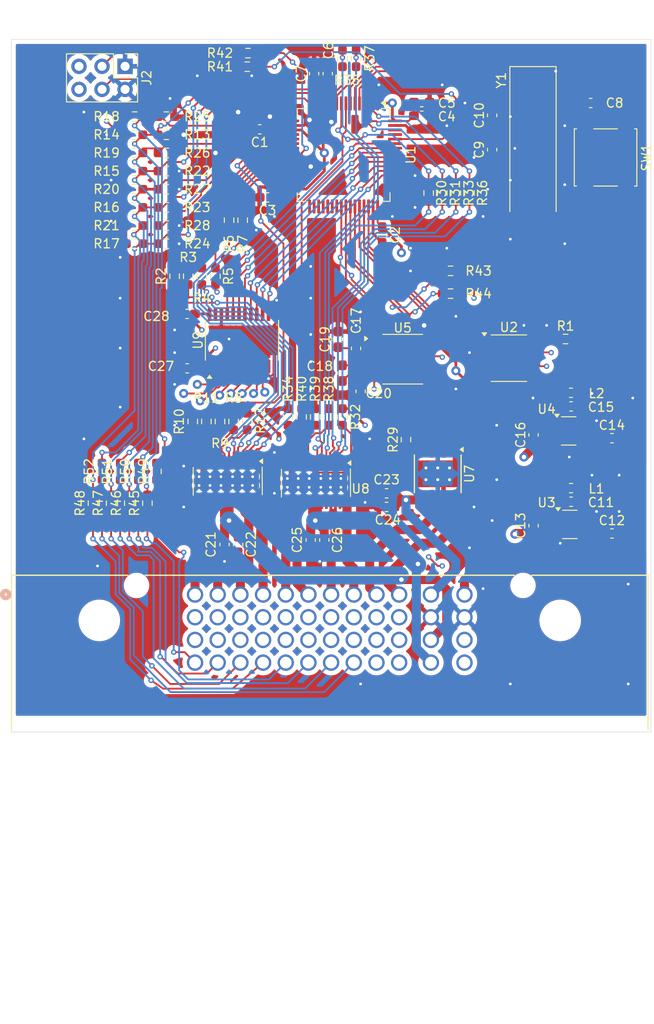
<source format=kicad_pcb>
(kicad_pcb (version 20241229) (generator "pcbnew") (generator_version "9.0")
  (layers (0 "F.Cu" signal) (4 "In1.Cu" signal) (6 "In2.Cu" signal) (2 "B.Cu" signal) (13 "F.Paste" user) (15 "B.Paste" user) (5 "F.SilkS" user "F.Silkscreen") (7 "B.SilkS" user "B.Silkscreen") (1 "F.Mask" user) (3 "B.Mask" user) (25 "Edge.Cuts" user))
  (net 0 "")
  (net 2 "GND")
  (net 3 "/3V3")
  (net 5 "Net-(U1-NRST)")
  (net 8 "/OSC_IN")
  (net 9 "/OSC_OUT")
  (net 10 "Net-(U3-SW)")
  (net 12 "Net-(U3-CB)")
  (net 16 "/5V")
  (net 19 "Net-(U4-SW)")
  (net 21 "Net-(U4-CB)")
  (net 22 "Net-(U5-C1+)")
  (net 24 "Net-(U5-C1-)")
  (net 25 "Net-(U5-C2+)")
  (net 26 "Net-(U5-C2-)")
  (net 27 "Net-(U5-V+)")
  (net 28 "Net-(U5-V-)")
  (net 29 "Net-(U2-Rs)")
  (net 30 "/CAN_TX")
  (net 31 "/CAN_RX")
  (net 32 "/USART1_RX")
  (net 33 "/USART1_TX")
  (net 39 "/VIN")
  (net 40 "Net-(U7-ILIM)")
  (net 41 "/HS1_EN1")
  (net 42 "Net-(U6-EN1)")
  (net 43 "/HS1_EN2")
  (net 44 "Net-(U6-EN2)")
  (net 45 "/HS1_EN3")
  (net 46 "Net-(U6-EN3)")
  (net 47 "Net-(U6-EN4)")
  (net 48 "/HS1_SEL0")
  (net 49 "Net-(U6-SEL0)")
  (net 50 "/HS1_SEL1")
  (net 51 "Net-(U6-SEL1)")
  (net 52 "/HSOUTPUT1/NFLT")
  (net 53 "Net-(U6-NFLT)")
  (net 54 "Net-(U6-SNS)")
  (net 55 "/HS1_SNS")
  (net 56 "Net-(U6-ILIM)")
  (net 57 "Net-(U6-DIAG_EN)")
  (net 58 "/HS1_VOUT3")
  (net 59 "/HS1_VOUT2")
  (net 61 "/HS1_VOUT1")
  (net 62 "/HS1_VOUT4")
  (net 63 "/IN1")
  (net 64 "/IN2")
  (net 65 "/IN3")
  (net 66 "/IN4")
  (net 67 "/IN5")
  (net 68 "/IN6")
  (net 69 "/IN7")
  (net 70 "/IN8")
  (net 71 "/HS2_EN4")
  (net 72 "Net-(U8-EN4)")
  (net 73 "Net-(U8-EN3)")
  (net 74 "/HS2_EN3")
  (net 75 "Net-(U8-DIAG_EN)")
  (net 76 "Net-(U8-EN2)")
  (net 77 "/HS2_EN2")
  (net 78 "Net-(U8-ILIM)")
  (net 79 "Net-(U8-SEL1)")
  (net 80 "/HS2_SEL1")
  (net 81 "Net-(U8-EN1)")
  (net 82 "/HS2_EN1")
  (net 83 "Net-(U8-SEL0)")
  (net 84 "/HS2_SEL0")
  (net 85 "Net-(U8-NFLT)")
  (net 86 "/HSOUTPUT2/NFLT")
  (net 87 "Net-(U8-SNS)")
  (net 88 "/HS2_SNS")
  (net 89 "/HB_IN2")
  (net 90 "/HB_IN1")
  (net 91 "/CAN_H")
  (net 92 "/CAN_L")
  (net 93 "/RS232_TX")
  (net 94 "/RS232_RX")
  (net 95 "/HB_OUT1")
  (net 96 "/HB_OUT2")
  (net 97 "/HS2_VOUT3")
  (net 98 "/HS2_VOUT4")
  (net 99 "/HS2_VOUT1")
  (net 100 "/HS2_VOUT2")
  (net 102 "/BO_IN6")
  (net 103 "/BO_IN7")
  (net 104 "/BO_IN5")
  (net 105 "/BO_IN3")
  (net 106 "/BO_IN4")
  (net 107 "/BO_IN1")
  (net 108 "/BO_IN2")
  (net 109 "/BO_IN8")
  (net 110 "/BO_OUT5")
  (net 111 "/BO_OUT6")
  (net 112 "/BO_OUT8")
  (net 113 "/BO_OUT2")
  (net 114 "/BO_OUT1")
  (net 115 "/BO_OUT3")
  (net 116 "/BO_OUT7")
  (net 117 "/BO_OUT4")
  (net 118 "/HS1_VBB")
  (net 119 "/HS2_VBB")
  (net 120 "/CAN_EN")
  (net 127 "/HB_VIN")
  (net 128 "/BOOT0")
  (net 129 "Net-(J2-Pin_4)")
  (net 130 "Net-(J2-Pin_3)")
  (net 131 "/BOOT1")
  (net 132 "/IN_MCU1")
  (net 133 "/IN_MCU2")
  (net 134 "/IN_MCU3")
  (net 135 "/IN_MCU4")
  (net 136 "/IN_MCU5")
  (net 137 "/IN_MCU6")
  (net 138 "/IN_MCU7")
  (net 139 "/IN_MCU8")
  (footprint "Capacitor_SMD:C_0603_1608Metric_Pad1.08x0.95mm_HandSolder" (layer "F.Cu") (at 152.5625 121.0625 90)
    (property "Reference" "C16")
    (property "Value" "10u")
  )
  (footprint "Resistor_SMD:R_0603_1608Metric_Pad0.98x0.95mm_HandSolder" (layer "F.Cu") (at 115 119.5875 -90)
    (property "Reference" "R10")
    (property "Value" "2k49")
  )
  (footprint "HSfootprints:HVSSOP-28-1EP_3x7.1mm_P0.5mm_EP1.57x1.88mm_ThermalVias" (layer "F.Cu") (at 118.75 126.15 -90)
    (property "Reference" "U6" (hide yes))
    (property "Value" "~")
  )
  (footprint "Resistor_SMD:R_0603_1608Metric_Pad0.98x0.95mm_HandSolder" (layer "F.Cu") (at 156.0875 110.5)
    (property "Reference" "R1")
    (property "Value" "1k")
  )
  (footprint "molex:CONN_SD-500762-001_MOL" (layer "F.Cu") (at 115.250002 138.650001)
    (property "Reference" "J1" (hide yes))
    (property "Value" "5007620481" (hide yes))
    (fp_line (start -20.100402 15.144999) (end 49.800398 15.144999) (stroke (width 0.0254)) (layer "Edge.Cuts"))
  )
  (footprint "Capacitor_SMD:C_0603_1608Metric_Pad1.08x0.95mm_HandSolder" (layer "F.Cu") (at 133 111.5375 -90)
    (property "Reference" "C17")
    (property "Value" "0u1")
  )
  (footprint "Capacitor_SMD:C_0603_1608Metric_Pad1.08x0.95mm_HandSolder" (layer "F.Cu") (at 114.3775 107.73)
    (property "Reference" "C28")
    (property "Value" "0u1")
  )
  (footprint "Resistor_SMD:R_0603_1608Metric_Pad0.98x0.95mm_HandSolder" (layer "F.Cu") (at 127 119.0875 90)
    (property "Reference" "R40")
    (property "Value" "10k")
  )
  (footprint "Connector_PinHeader_2.54mm:PinHeader_2x03_P2.54mm_Vertical" (layer "F.Cu") (at 107.54 80.46 -90)
    (property "Reference" "J2")
    (property "Value" "Conn_02x03_Odd_Even")
  )
  (footprint "Resistor_SMD:R_0603_1608Metric_Pad0.98x0.95mm_HandSolder" (layer "F.Cu") (at 116 103.5875 -90)
    (property "Reference" "R4")
    (property "Value" "10k")
  )
  (footprint "Capacitor_SMD:C_0603_1608Metric_Pad1.08x0.95mm_HandSolder" (layer "F.Cu") (at 136.3625 127.5 180)
    (property "Reference" "C23")
    (property "Value" "0u1")
  )
  (footprint "Capacitor_SMD:C_0603_1608Metric_Pad1.08x0.95mm_HandSolder" (layer "F.Cu") (at 161.2 121.425)
    (property "Reference" "C14")
    (property "Value" "2u2")
  )
  (footprint "Resistor_SMD:R_0603_1608Metric_Pad0.98x0.95mm_HandSolder" (layer "F.Cu") (at 131.5 119.0875 -90)
    (property "Reference" "R32")
    (property "Value" "10k")
  )
  (footprint "Resistor_SMD:R_0603_1608Metric_Pad0.98x0.95mm_HandSolder" (layer "F.Cu") (at 105 125.0875 90)
    (property "Reference" "R52")
    (property "Value" "NP")
  )
  (footprint "Resistor_SMD:R_0603_1608Metric_Pad0.98x0.95mm_HandSolder" (layer "F.Cu") (at 130 119.0875 90)
    (property "Reference" "R38")
    (property "Value" "10k")
  )
  (footprint "HSfootprints:HVSSOP-28-1EP_3x7.1mm_P0.5mm_EP1.57x1.88mm_ThermalVias" (layer "F.Cu") (at 128.475 126.35 -90)
    (property "Reference" "U8")
    (property "Value" "~")
  )
  (footprint "Resistor_SMD:R_0603_1608Metric_Pad0.98x0.95mm_HandSolder" (layer "F.Cu") (at 114.5 103.5875 -90)
    (property "Reference" "R3")
    (property "Value" "10k")
  )
  (footprint "Capacitor_SMD:C_0603_1608Metric_Pad1.08x0.95mm_HandSolder" (layer "F.Cu") (at 129.5 132.6375 -90)
    (property "Reference" "C26")
    (property "Value" "0u1")
  )
  (footprint "Capacitor_SMD:C_0603_1608Metric_Pad1.08x0.95mm_HandSolder" (layer "F.Cu") (at 123.2375 94.9 180)
    (property "Reference" "C3")
    (property "Value" "0u1")
  )
  (footprint "Resistor_SMD:R_0603_1608Metric_Pad0.98x0.95mm_HandSolder" (layer "F.Cu") (at 112.0875 90)
    (property "Reference" "R26")
    (property "Value" "NP")
  )
  (footprint "Inductor_SMD:L_0603_1608Metric_Pad1.05x0.95mm_HandSolder" (layer "F.Cu") (at 156.6875 116.425 180)
    (property "Reference" "L2")
    (property "Value" "3u3")
  )
  (footprint "Resistor_SMD:R_0603_1608Metric_Pad0.98x0.95mm_HandSolder" (layer "F.Cu") (at 112.0875 86)
    (property "Reference" "R25")
    (property "Value" "NP")
  )
  (footprint "Capacitor_SMD:C_0603_1608Metric_Pad1.08x0.95mm_HandSolder" (layer "F.Cu") (at 148 89.6375 90)
    (property "Reference" "C9")
    (property "Value" "30p")
  )
  (footprint "Capacitor_SMD:C_0603_1608Metric_Pad1.08x0.95mm_HandSolder" (layer "F.Cu") (at 129.875 81.2625 90)
    (property "Reference" "C6")
    (property "Value" "10n")
  )
  (footprint "Resistor_SMD:R_0603_1608Metric_Pad0.98x0.95mm_HandSolder" (layer "F.Cu") (at 116.5 119.5875 -90)
    (property "Reference" "R11")
    (property "Value" "1k")
  )
  (footprint "Resistor_SMD:R_0603_1608Metric_Pad0.98x0.95mm_HandSolder" (layer "F.Cu") (at 112.0875 96)
    (property "Reference" "R23")
    (property "Value" "NP")
  )
  (footprint "Capacitor_SMD:C_0603_1608Metric_Pad1.08x0.95mm_HandSolder" (layer "F.Cu") (at 114.3775 113.73)
    (property "Reference" "C27")
    (property "Value" "0u1")
  )
  (footprint "Resistor_SMD:R_0603_1608Metric_Pad0.98x0.95mm_HandSolder" (layer "F.Cu") (at 143.4125 102.99)
    (property "Reference" "R43")
    (property "Value" "100k")
  )
  (footprint "Capacitor_SMD:C_0603_1608Metric_Pad1.08x0.95mm_HandSolder" (layer "F.Cu") (at 133.5 116.2625 -90)
    (property "Reference" "C20")
    (property "Value" "0u1")
  )
  (footprint "Resistor_SMD:R_0603_1608Metric_Pad0.98x0.95mm_HandSolder" (layer "F.Cu") (at 131.5 79.5875 90)
    (property "Reference" "R35")
    (property "Value" "10k")
  )
  (footprint "Capacitor_SMD:C_0603_1608Metric_Pad1.08x0.95mm_HandSolder" (layer "F.Cu") (at 122.375 87.4 180)
    (property "Reference" "C1")
    (property "Value" "0u1")
  )
  (footprint "Resistor_SMD:R_0603_1608Metric_Pad0.98x0.95mm_HandSolder" (layer "F.Cu") (at 119 97.4125 -90)
    (property "Reference" "R6")
    (property "Value" "10k")
  )
  (footprint "Resistor_SMD:R_0603_1608Metric_Pad0.98x0.95mm_HandSolder" (layer "F.Cu") (at 109 125.0875 90)
    (property "Reference" "R50")
    (property "Value" "NP")
  )
  (footprint "Package_TO_SOT_SMD:SOT-23-6" (layer "F.Cu") (at 156.4375 120.625)
    (property "Reference" "U4")
    (property "Value" "LMR50410")
  )
  (footprint "Package_SO:TSSOP-24_4.4x7.8mm_P0.65mm" (layer "F.Cu") (at 120.425 110.6375 90)
    (property "Reference" "U9")
    (property "Value" "SN74LVC4245A")
  )
  (footprint "Capacitor_SMD:C_0603_1608Metric_Pad1.08x0.95mm_HandSolder" (layer "F.Cu") (at 140.2375 84.4)
    (property "Reference" "C5")
    (property "Value" "4u7")
  )
  (footprint "Resistor_SMD:R_0603_1608Metric_Pad0.98x0.95mm_HandSolder" (layer "F.Cu") (at 112.0875 88)
    (property "Reference" "R13")
    (property "Value" "NP")
  )
  (footprint "Resistor_SMD:R_0603_1608Metric_Pad0.98x0.95mm_HandSolder" (layer "F.Cu") (at 108.5875 88)
    (property "Reference" "R14")
    (property "Value" "NP")
  )
  (footprint "Resistor_SMD:R_0603_1608Metric_Pad0.98x0.95mm_HandSolder" (layer "F.Cu") (at 108.5875 96)
    (property "Reference" "R16")
    (property "Value" "NP")
  )
  (footprint "Crystal:Crystal_SMD_HC49-SD_HandSoldering" (layer "F.Cu") (at 152.5 90.5625 -90)
    (property "Reference" "Y1")
    (property "Value" "Crystal")
  )
  (footprint "Resistor_SMD:R_0603_1608Metric_Pad0.98x0.95mm_HandSolder" (layer "F.Cu") (at 117.5 103.5875 -90)
    (property "Reference" "R5")
    (property "Value" "10k")
  )
  (footprint "Resistor_SMD:R_0603_1608Metric_Pad0.98x0.95mm_HandSolder" (layer "F.Cu") (at 112.0875 98)
    (property "Reference" "R28")
    (property "Value" "NP")
  )
  (footprint "Package_SO:SOIC-8_3.9x4.9mm_P1.27mm" (layer "F.Cu") (at 149.845 112.61)
    (property "Reference" "U2")
    (property "Value" "SN65HVD234")
  )
  (footprint "Capacitor_SMD:C_0603_1608Metric_Pad1.08x0.95mm_HandSolder" (layer "F.Cu") (at 128 132.6375 -90)
    (property "Reference" "C25")
    (property "Value" "2u2")
  )
  (footprint "Package_QFP:LQFP-64_10x10mm_P0.5mm" (layer "F.Cu") (at 131.625 90.225 -90)
    (property "Reference" "U1")
    (property "Value" "STM32F103RBTx")
  )
  (footprint "Capacitor_SMD:C_0603_1608Metric_Pad1.08x0.95mm_HandSolder" (layer "F.Cu") (at 135.875 99.0375 -90)
    (property "Reference" "C2")
    (property "Value" "0u1")
  )
  (footprint "Resistor_SMD:R_0603_1608Metric_Pad0.98x0.95mm_HandSolder" (layer "F.Cu") (at 108.5875 92)
    (property "Reference" "R15")
    (property "Value" "NP")
  )
  (footprint "Capacitor_SMD:C_0603_1608Metric_Pad1.08x0.95mm_HandSolder" (layer "F.Cu") (at 152.5625 131.0625 90)
    (property "Reference" "C13")
    (property "Value" "10u")
  )
  (footprint "Capacitor_SMD:C_0603_1608Metric_Pad1.08x0.95mm_HandSolder" (layer "F.Cu") (at 136.3625 129 180)
    (property "Reference" "C24")
    (property "Value" "2u2")
  )
  (footprint "Capacitor_SMD:C_0603_1608Metric_Pad1.08x0.95mm_HandSolder" (layer "F.Cu") (at 128.375 81.2625 90)
    (property "Reference" "C7")
    (property "Value" "1u")
  )
  (footprint "Package_SO:Texas_HTSOP-8-1EP_3.9x4.9mm_P1.27mm_EP2.95x4.9mm_Mask2.4x3.1mm_ThermalVias" (layer "F.Cu") (at 142 125.35 -90)
    (property "Reference" "U7")
    (property "Value" "DRV8871DDA")
  )
  (footprint "Button_Switch_SMD:SW_SPST_B3S-1000" (layer "F.Cu") (at 160.5 90.5 -90)
    (property "Reference" "SW1")
    (property "Value" "SW_Push")
  )
  (footprint "Resistor_SMD:R_0603_1608Metric_Pad0.98x0.95mm_HandSolder" (layer "F.Cu") (at 112.0875 94)
    (property "Reference" "R27")
    (property "Value" "NP")
  )
  (footprint "Package_SO:TSSOP-16_4.4x5mm_P0.65mm" (layer "F.Cu") (at 138.1375 112.725)
    (property "Reference" "U5")
    (property "Value" "MAX3221")
  )
  (footprint "Resistor_SMD:R_0603_1608Metric_Pad0.98x0.95mm_HandSolder" (layer "F.Cu") (at 108.5875 94)
    (property "Reference" "R20")
    (property "Value" "NP")
  )
  (footprint "Capacitor_SMD:C_0603_1608Metric_Pad1.08x0.95mm_HandSolder" (layer "F.Cu") (at 158.8625 84.5)
    (property "Reference" "C8")
    (property "Value" "0u1")
  )
  (footprint "Capacitor_SMD:C_0603_1608Metric_Pad1.08x0.95mm_HandSolder" (layer "F.Cu") (at 156.7 117.925)
    (property "Reference" "C15")
    (property "Value" "0u1")
  )
  (footprint "Resistor_SMD:R_0603_1608Metric_Pad0.98x0.95mm_HandSolder" (layer "F.Cu") (at 141 94.4125 -90)
    (property "Reference" "R30")
    (property "Value" "10k")
  )
  (footprint "Capacitor_SMD:C_0603_1608Metric_Pad1.08x0.95mm_HandSolder" (layer "F.Cu") (at 156.7 128.425)
    (property "Reference" "C11")
    (property "Value" "0u1")
  )
  (footprint "Inductor_SMD:L_0603_1608Metric_Pad1.05x0.95mm_HandSolder" (layer "F.Cu") (at 156.6875 126.925 180)
    (property "Reference" "L1")
    (property "Value" "4u7")
  )
  (footprint "Package_TO_SOT_SMD:SOT-23-6" (layer "F.Cu") (at 156.5625 130.925)
    (property "Reference" "U3")
    (property "Value" "LMR50410")
  )
  (footprint "Capacitor_SMD:C_0603_1608Metric_Pad1.08x0.95mm_HandSolder" (layer "F.Cu") (at 131.5 114.2625 -90)
    (property "Reference" "C18")
    (property "Value" "0u1")
  )
  (footprint "Resistor_SMD:R_0603_1608Metric_Pad0.98x0.95mm_HandSolder" (layer "F.Cu") (at 145.5 94.4125 -90)
    (property "Reference" "R36")
    (property "Value" "10k")
  )
  (footprint "Resistor_SMD:R_0603_1608Metric_Pad0.98x0.95mm_HandSolder" (layer "F.Cu") (at 106 128.5875 90)
    (property "Reference" "R47")
    (property "Value" "NP")
  )
  (footprint "Capacitor_SMD:C_0603_1608Metric_Pad1.08x0.95mm_HandSolder" (layer "F.Cu") (at 140.2375 85.9)
    (property "Reference" "C4")
    (property "Value" "0u1")
  )
  (footprint "Resistor_SMD:R_0603_1608Metric_Pad0.98x0.95mm_HandSolder" (layer "F.Cu") (at 121 80.5 180)
    (property "Reference" "R41")
    (property "Value" "1k")
  )
  (footprint "Resistor_SMD:R_0603_1608Metric_Pad0.98x0.95mm_HandSolder" (layer "F.Cu") (at 108.5875 86)
    (property "Reference" "R18")
    (property "Value" "NP")
  )
  (footprint "Resistor_SMD:R_0603_1608Metric_Pad0.98x0.95mm_HandSolder" (layer "F.Cu") (at 138.5 121.5875 90)
    (property "Reference" "R29")
    (property "Value" "21k")
  )
  (footprint "Resistor_SMD:R_0603_1608Metric_Pad0.98x0.95mm_HandSolder" (layer "F.Cu") (at 107 125.0875 90)
    (property "Reference" "R51")
    (property "Value" "NP")
  )
  (footprint "Resistor_SMD:R_0603_1608Metric_Pad0.98x0.95mm_HandSolder" (layer "F.Cu") (at 120.5 97.4125 -90)
    (property "Reference" "R7")
    (property "Value" "10k")
  )
  (footprint "Capacitor_SMD:C_0603_1608Metric_Pad1.08x0.95mm_HandSolder" (layer "F.Cu") (at 118.5 133.1375 -90)
    (property "Reference" "C21")
    (property "Value" "2u2")
  )
  (footprint "Resistor_SMD:R_0603_1608Metric_Pad0.98x0.95mm_HandSolder" (layer "F.Cu") (at 113 103.5875 -90)
    (property "Reference" "R2")
    (property "Value" "10k" (hide yes))
  )
  (footprint "Resistor_SMD:R_0603_1608Metric_Pad0.98x0.95mm_HandSolder" (layer "F.Cu") (at 121 119.5875 -90)
    (property "Reference" "R12")
    (property "Value" "10k")
  )
  (footprint "Resistor_SMD:R_0603_1608Metric_Pad0.98x0.95mm_HandSolder" (layer "F.Cu") (at 143.4125 105.5)
    (property "Reference" "R44")
    (property "Value" "100k")
  )
  (footprint "Resistor_SMD:R_0603_1608Metric_Pad0.98x0.95mm_HandSolder" (layer "F.Cu") (at 104 128.5875 90)
    (property "Reference" "R48")
    (property "Value" "NP")
  )
  (footprint "Resistor_SMD:R_0603_1608Metric_Pad0.98x0.95mm_HandSolder" (layer "F.Cu") (at 142.5 94.4125 -90)
    (property "Reference" "R31")
    (property "Value" "10k")
  )
  (footprint "Capacitor_SMD:C_0603_1608Metric_Pad1.08x0.95mm_HandSolder" (layer "F.Cu") (at 148 85.8625 90)
    (property "Reference" "C10")
    (property "Value" "30p")
  )
  (footprint "Resistor_SMD:R_0603_1608Metric_Pad0.98x0.95mm_HandSolder" (layer "F.Cu") (at 118 119.5875 90)
    (property "Reference" "R9")
    (property "Value" "10k")
  )
  (footprint "Capacitor_SMD:C_0603_1608Metric_Pad1.08x0.95mm_HandSolder" (layer "F.Cu") (at 161.2 131.925)
    (property "Reference" "C12")
    (property "Value" "2u2")
  )
  (footprint "Resistor_SMD:R_0603_1608Metric_Pad0.98x0.95mm_HandSolder" (layer "F.Cu") (at 108.5875 90)
    (property "Reference" "R19")
    (property "Value" "NP")
  )
  (footprint "Resistor_SMD:R_0603_1608Metric_Pad0.98x0.95mm_HandSolder" (layer "F.Cu") (at 128.5 119.0875 -90)
    (property "Reference" "R39")
    (property "Value" "1k")
  )
  (footprint "Resistor_SMD:R_0603_1608Metric_Pad0.98x0.95mm_HandSolder" (layer "F.Cu") (at 125.5 119.0875 -90)
    (property "Reference" "R34")
    (property "Value" "2k49")
  )
  (footprint "Resistor_SMD:R_0603_1608Metric_Pad0.98x0.95mm_HandSolder" (layer "F.Cu") (at 144 94.4125 -90)
    (property "Reference" "R33")
    (property "Value" "10k")
  )
  (footprint "Resistor_SMD:R_0603_1608Metric_Pad0.98x0.95mm_HandSolder" (layer "F.Cu") (at 108.5875 100)
    (property "Reference" "R17")
    (property "Value" "NP")
  )
  (footprint "Resistor_SMD:R_0603_1608Metric_Pad0.98x0.95mm_HandSolder" (layer "F.Cu") (at 111 125.0875 90)
    (property "Reference" "R49")
    (property "Value" "NP")
  )
  (footprint "Resistor_SMD:R_0603_1608Metric_Pad0.98x0.95mm_HandSolder" (layer "F.Cu") (at 108 128.5875 90)
    (property "Reference" "R46")
    (property "Value" "NP")
  )
  (footprint "Resistor_SMD:R_0603_1608Metric_Pad0.98x0.95mm_HandSolder" (layer "F.Cu") (at 119.5 119.5875 90)
    (property "Reference" "R8")
    (property "Value" "10k")
  )
  (footprint "Resistor_SMD:R_0603_1608Metric_Pad0.98x0.95mm_HandSolder" (layer "F.Cu") (at 133 79.5875 90)
    (property "Reference" "R37")
    (property "Value" "10k")
  )
  (footprint "Resistor_SMD:R_0603_1608Metric_Pad0.98x0.95mm_HandSolder" (layer "F.Cu") (at 110 128.5875 90)
    (property "Reference" "R45")
    (property "Value" "NP")
  )
  (footprint "Resistor_SMD:R_0603_1608Metric_Pad0.98x0.95mm_HandSolder" (layer "F.Cu") (at 112.0875 100)
    (property "Reference" "R24")
    (property "Value" "NP" (hide yes))
  )
  (footprint "Resistor_SMD:R_0603_1608Metric_Pad0.98x0.95mm_HandSolder" (layer "F.Cu") (at 108.5875 98)
    (property "Reference" "R21")
    (property "Value" "NP")
  )
  (footprint "Capacitor_SMD:C_0603_1608Metric_Pad1.08x0.95mm_HandSolder" (layer "F.Cu") (at 131 110.5375 90)
    (property "Reference" "C19")
    (property "Value" "0u1")
  )
  (footprint "Capacitor_SMD:C_0603_1608Metric_Pad1.08x0.95mm_HandSolder" (layer "F.Cu") (at 120 133.1375 -90)
    (property "Reference" "C22")
    (property "Value" "0u1")
  )
  (footprint "Resistor_SMD:R_0603_1608Metric_Pad0.98x0.95mm_HandSolder" (layer "F.Cu") (at 112.0875 92)
    (property "Reference" "R22")
    (property "Value" "NP")
  )
  (footprint "Resistor_SMD:R_0603_1608Metric_Pad0.98x0.95mm_HandSolder" (layer "F.Cu") (at 121.0875 79 180)
    (property "Reference" "R42")
    (property "Value" "1k")
  )
  (gr_line (start 165.5 153.795) (end 165.5 77.5) (stroke (width 0.05)) (layer "Edge.Cuts"))
  (gr_line (start 165.5 77.5) (end 95 77.5) (stroke (width 0.05)) (layer "Edge.Cuts"))
  (gr_line (start 95 77.5) (end 95 153.795) (stroke (width 0.05)) (layer "Edge.Cuts"))
  (gr_line (start 95 153.795) (end 165.5 153.795) (stroke (width 0.05)) (layer "Edge.Cuts"))
  (segment (start 128 92.792894) (end 128 91.5) (width 0.3) (layer "F.Cu") (net 2))
  (segment (start 155.925 130.925) (end 156.5 131.5) (width 0.3) (layer "F.Cu") (net 2))
  (segment (start 124 114.205444) (end 123.34566 114.859784) (width 0.2) (layer "F.Cu") (net 2))
  (segment (start 119 112) (end 119 110.5) (width 0.3) (layer "F.Cu") (net 2))
  (segment (start 125.95 93.475) (end 127.317894 93.475) (width 0.3) (layer "F.Cu") (net 2))
  (segment (start 139.5 111) (end 139.5 110) (width 0.3) (layer "F.Cu") (net 2))
  (segment (start 118.262501 112) (end 119 112) (width 0.3) (layer "F.Cu") (net 2))
  (segment (start 134.875 98.9) (end 135.875 99.9) (width 0.3) (layer "F.Cu") (net 2))
  (segment (start 155.675178 133) (end 155.5 133) (width 0.3) (layer "F.Cu") (net 2))
  (segment (start 127.317894 93.475) (end 128 92.792894) (width 0.3) (layer "F.Cu") (net 2))
  (segment (start 129.875 84.55) (end 129.875 86.189829) (width 0.3) (layer "F.Cu") (net 2))
  (segment (start 140.25 111.75) (end 139.5 111) (width 0.3) (layer "F.Cu") (net 2))
  (segment (start 118.15 107.775) (end 118.15 109.65) (width 0.3) (layer "F.Cu") (net 2))
  (segment (start 139.5 110) (end 140.5 109) (width 0.3) (layer "F.Cu") (net 2))
  (segment (start 127.252206 86.975) (end 127.863603 86.363603) (width 0.3) (layer "F.Cu") (net 2))
  (segment (start 141 113.05) (end 140.34263 113.05) (width 0.2) (layer "F.Cu") (net 2))
  (segment (start 124 107.5) (end 124 106.48144) (width 0.3) (layer "F.Cu") (net 2))
  (segment (start 134.875 95.9) (end 134.875 98.9) (width 0.3) (layer "F.Cu") (net 2))
  (segment (start 115 94) (end 113.5 94) (width 0.2) (layer "F.Cu") (net 2))
  (segment (start 139.5 112.20737) (end 139.5 111) (width 0.2) (layer "F.Cu") (net 2))
  (segment (start 117.5 112.762501) (end 118.262501 112) (width 0.3) (layer "F.Cu") (net 2))
  (segment (start 156.5 132.175178) (end 155.675178 133) (width 0.3) (layer "F.Cu") (net 2))
  (segment (start 137.3 86.975) (end 138.475 86.975) (width 0.3) (layer "F.Cu") (net 2))
  (segment (start 129.875 86.189829) (end 130.275 86.589829) (width 0.3) (layer "F.Cu") (net 2))
  (segment (start 123.35 114.855444) (end 123.34566 114.859784) (width 0.2) (layer "F.Cu") (net 2))
  (segment (start 129.5 133.5) (end 129 134) (width 0.3) (layer "F.Cu") (net 2))
  (segment (start 155.425 130.925) (end 155.925 130.925) (width 0.3) (layer "F.Cu") (net 2))
  (segment (start 123.35 113.5) (end 123.35 114.855444) (width 0.2) (layer "F.Cu") (net 2))
  (segment (start 135.875 100.375) (end 137 101.5) (width 0.3) (layer "F.Cu") (net 2))
  (segment (start 116 124) (end 116 125.365) (width 0.3) (layer "F.Cu") (net 2))
  (segment (start 125.725 125.565) (end 125.425 125.865) (width 0.3) (layer "F.Cu") (net 2))
  (segment (start 115.5 94.5) (end 115 94) (width 0.2) (layer "F.Cu") (net 2))
  (segment (start 117.5 113.5) (end 117.5 112.762501) (width 0.3) (layer "F.Cu") (net 2))
  (segment (start 113 96) (end 114 96) (width 0.2) (layer "F.Cu") (net 2))
  (segment (start 155.3 120.625) (end 155.962499 120.625) (width 0.3) (layer "F.Cu") (net 2))
  (segment (start 138.475 86.975) (end 139 87.5) (width 0.3) (layer "F.Cu") (net 2))
  (segment (start 156.5 131.5) (end 156.5 132.175178) (width 0.3) (layer "F.Cu") (net 2))
  (segment (start 141 111.75) (end 140.25 111.75) (width 0.3) (layer "F.Cu") (net 2))
  (segment (start 135.875 99.9) (end 135.875 100.375) (width 0.3) (layer "F.Cu") (net 2))
  (segment (start 125.95 86.975) (end 127.252206 86.975) (width 0.3) (layer "F.Cu") (net 2))
  (segment (start 140.34263 113.05) (end 139.5 112.20737) (width 0.2) (layer "F.Cu") (net 2))
  (segment (start 116 125.365) (end 115.7 125.665) (width 0.3) (layer "F.Cu") (net 2))
  (segment (start 156.5 121.162501) (end 156.5 123.5) (width 0.3) (layer "F.Cu") (net 2))
  (segment (start 114 96) (end 115.5 94.5) (width 0.2) (layer "F.Cu") (net 2))
  (segment (start 124 106.48144) (end 124.246858 106.234582) (width 0.3) (layer "F.Cu") (net 2))
  (segment (start 155.962499 120.625) (end 156.5 121.162501) (width 0.3) (layer "F.Cu") (net 2))
  (segment (start 118.15 109.65) (end 119 110.5) (width 0.3) (layer "F.Cu") (net 2))
  (segment (start 124 113.5) (end 124 114.205444) (width 0.2) (layer "F.Cu") (net 2))
  (segment (start 129 134) (end 129 135) (width 0.3) (layer "F.Cu") (net 2))
  (segment (start 125.725 124.2) (end 125.725 125.565) (width 0.3) (layer "F.Cu") (net 2))
  (via (at 139 100.5) (size 0.6) (drill 0.3) (layers "F.Cu" "B.Cu") (net 2))
  (via (at 129 135) (size 0.6) (drill 0.3) (layers "F.Cu" "B.Cu") (net 2))
  (via (at 107 106) (size 0.6) (drill 0.3) (layers "F.Cu" "B.Cu") (net 2))
  (via (at 128 106) (size 0.6) (drill 0.3) (layers "F.Cu" "B.Cu") (net 2))
  (via (at 107 118) (size 0.6) (drill 0.3) (layers "F.Cu" "B.Cu") (net 2))
  (via (at 127.863603 86.363603) (size 1) (drill 0.5) (layers "F.Cu" "B.Cu") (net 2))
  (via (at 113 109.5) (size 0.6) (drill 0.3) (layers "F.Cu" "B.Cu") (net 2))
  (via (at 162 125.5) (size 0.6) (drill 0.3) (layers "F.Cu" "B.Cu") (net 2))
  (via (at 106 93) (size 0.6) (drill 0.3) (layers "F.Cu" "B.Cu") (net 2))
  (via (at 133.5 148.5) (size 0.6) (drill 0.3) (layers "F.Cu" "B.Cu") (net 2))
  (via (at 156 100) (size 0.6) (drill 0.3) (layers "F.Cu" "B.Cu") (net 2))
  (via (at 162 129.5) (size 0.6) (drill 0.3) (layers "F.Cu" "B.Cu") (net 2))
  (via (at 124.246858 106.234582) (size 0.6) (drill 0.3) (layers "F.Cu" "B.Cu") (net 2))
  (via (at 152.5 117) (size 0.6) (drill 0.3) (layers "F.Cu" "B.Cu") (net 2))
  (via (at 150 148.5) (size 0.6) (drill 0.3) (layers "F.Cu" "B.Cu") (net 2))
  (via (at 106 97.5) (size 0.6) (drill 0.3) (layers "F.Cu" "B.Cu") (net 2))
  (via (at 128 91.5) (size 1) (drill 0.5) (layers "F.Cu" "B.Cu") (net 2))
  (via (at 159 125.5) (size 0.6) (drill 0.3) (layers "F.Cu" "B.Cu") (net 2))
  (via (at 113.5 92) (size 0.6) (drill 0.3) (layers "F.Cu" "B.Cu") (net 2))
  (via (at 144 108) (size 0.6) (drill 0.3) (layers "F.Cu" "B.Cu") (net 2))
  (via (at 104.5 135.5) (size 0.6) (drill 0.3) (layers "F.Cu" "B.Cu") (net 2))
  (via (at 114 124.5) (size 0.6) (drill 0.3) (layers "F.Cu" "B.Cu") (net 2))
  (via (at 156 93.5) (size 0.6) (drill 0.3) (layers "F.Cu" "B.Cu") (net 2))
  (via (at 133.5 107.5) (size 0.6) (drill 0.3) (layers "F.Cu" "B.Cu") (net 2))
  (via (at 120 85.5) (size 1) (drill 0.5) (layers "F.Cu" "B.Cu") (net 2))
  (via (at 122 98.5) (size 0.6) (drill 0.3) (layers "F.Cu" "B.Cu") (net 2))
  (via (at 148.5 120) (size 0.6) (drill 0.3) (layers "F.Cu" "B.Cu") (net 2))
  (via (at 156 87) (size 0.6) (drill 0.3) (layers "F.Cu" "B.Cu") (net 2))
  (via (at 151.5 109) (size 0.6) (drill 0.3) (layers "F.Cu" "B.Cu") (net 2))
  (via (at 135.5 82.5) (size 0.6) (drill 0.3) (layers "F.Cu" "B.Cu") (net 2))
  (via (at 145.5 133.5) (size 0.6) (drill 0.3) (layers "F.Cu" "B.Cu") (net 2))
  (via (at 124 123) (size 0.6) (drill 0.3) (layers "F.Cu" "B.Cu") (net 2))
  (via (at 105.5 88) (size 0.6) (drill 0.3) (layers "F.Cu" "B.Cu") (net 2))
  (via (at 147 138) (size 0.6) (drill 0.3) (layers "F.Cu" "B.Cu") (net 2))
  (via (at 155 81) (size 0.6) (drill 0.3) (layers "F.Cu" "B.Cu") (net 2))
  (via (at 113 112) (size 0.6) (drill 0.3) (layers "F.Cu" "B.Cu") (net 2))
  (via (at 134.5 121.5) (size 0.6) (drill 0.3) (layers "F.Cu" "B.Cu") (net 2))
  (via (at 118.5 135) (size 0.6) (drill 0.3) (layers "F.Cu" "B.Cu") (net 2))
  (via (at 123.5 86) (size 1) (drill 0.5) (layers "F.Cu" "B.Cu") (net 2))
  (via (at 150 93) (size 0.6) (drill 0.3) (layers "F.Cu" "B.Cu") (net 2))
  (via (at 133 109) (size 0.6) (drill 0.3) (layers "F.Cu" "B.Cu") (net 2))
  (via (at 146 90.5) (size 0.6) (drill 0.3) (layers "F.Cu" "B.Cu") (net 2))
  (via (at 145.5 112) (size 0.6) (drill 0.3) (layers "F.Cu" "B.Cu") (net 2))
  (via (at 150 86) (size 0.6) (drill 0.3) (layers "F.Cu" "B.Cu") (net 2))
  (via (at 143 100.5) (size 0.6) (drill 0.3) (layers "F.Cu" "B.Cu") (net 2))
  (via (at 121.5 81.5) (size 0.6) (drill 0.3) (layers "F.Cu" "B.Cu") (net 2))
  (via (at 139 103) (size 0.6) (drill 0.3) (layers "F.Cu" "B.Cu") (net 2))
  (via (at 117.5 90) (size 1) (drill 0.5) (layers "F.Cu" "B.Cu") (net 2))
  (via (at 148.5 126) (size 0.6) (drill 0.3) (layers "F.Cu" "B.Cu") (net 2))
  (via (at 114 129) (size 0.6) (drill 0.3) (layers "F.Cu" "B.Cu") (net 2))
  (via (at 142.5 82.5) (size 0.6) (drill 0.3) (layers "F.Cu" "B.Cu") (net 2))
  (via (at 113.5 100) (size 0.6) (drill 0.3) (layers "F.Cu" "B.Cu") (net 2))
  (via (at 144 116) (size 0.6) (drill 0.3) (layers "F.Cu" "B.Cu") (net 2))
  (via (at 147.5 94) (size 0.6) (drill 0.3) (layers "F.Cu" "B.Cu") (net 2))
  (via (at 124 97) (size 0.6) (drill 0.3) (layers "F.Cu" "B.Cu") (net 2))
  (via (at 159 116.5) (size 0.6) (drill 0.3) (layers "F.Cu" "B.Cu") (net 2))
  (via (at 150.5 89.5) (size 0.6) (drill 0.3) (layers "F.Cu" "B.Cu") (net 2))
  (via (at 155.5 133) (size 0.6) (drill 0.3) (layers "F.Cu" "B.Cu") (net 2))
  (via (at 147 97) (size 0.6) (drill 0.3) (layers "F.Cu" "B.Cu") (net 2))
  (via (at 113.5 94) (size 0.6) (drill 0.3) (layers "F.Cu" "B.Cu") (net 2))
  (via (at 163 137.5) (size 0.6) (drill 0.3) (layers "F.Cu" "B.Cu") (net 2))
  (via (at 128 116) (size 0.6) (drill 0.3) (layers "F.Cu" "B.Cu") (net 2))
  (via (at 143 87) (size 0.6) (drill 0.3) (layers "F.Cu" "B.Cu") (net 2))
  (via (at 137 97) (size 0.6) (drill 0.3) (layers "F.Cu" "B.Cu") (net 2))
  (via (at 119 110.5) (size 0.6) (drill 0.3) (layers "F.Cu" "B.Cu") (net 2))
  (via (at 113.5 98) (size 0.6) (drill 0.3) (layers "F.Cu" "B.Cu") (net 2))
  (via (at 124 127.5) (size 0.6) (drill 0.3) (layers "F.Cu" "B.Cu") (net 2))
  (via (at 115.5 81.5) (size 0.6) (drill 0.3) (layers "F.Cu" "B.Cu") (net 2))
  (via (at 139.5 96) (size 0.6) (drill 0.3) (layers "F.Cu" "B.Cu") (net 2))
  (via (at 103 85.5) (size 0.6) (drill 0.3) (layers "F.Cu" "B.Cu") (net 2))
  (via (at 128 102.5) (size 0.6) (drill 0.3) (layers "F.Cu" "B.Cu") (net 2))
  (via (at 139.5 92.5) (size 0.6) (drill 0.3) (layers "F.Cu" "B.Cu") (net 2))
  (via (at 146 129) (size 0.6) (drill 0.3) (layers "F.Cu" "B.Cu") (net 2))
  (via (at 134 128.5) (size 0.6) (drill 0.3) (layers "F.Cu" "B.Cu") (net 2))
  (via (at 163 148.5) (size 0.6) (drill 0.3) (layers "F.Cu" "B.Cu") (net 2))
  (via (at 128 110) (size 0.6) (drill 0.3) (layers "F.Cu" "B.Cu") (net 2))
  (via (at 163.5 117) (size 0.6) (drill 0.3) (layers "F.Cu" "B.Cu") (net 2))
  (via (at 145 84.5) (size 0.6) (drill 0.3) (layers "F.Cu" "B.Cu") (net 2))
  (via (at 103 121.5) (size 0.6) (drill 0.3) (layers "F.Cu" "B.Cu") (net 2))
  (via (at 112.5 84) (size 0.6) (drill 0.3) (layers "F.Cu" "B.Cu") (net 2))
  (via (at 159.5 129.5) (size 0.6) (drill 0.3) (layers "F.Cu" "B.Cu") (net 2))
  (via (at 126.5 81.5) (size 0.6) (drill 0.3) (layers "F.Cu" "B.Cu") (net 2))
  (via (at 123.34566 114.859784) (size 0.6) (drill 0.3) (layers "F.Cu" "B.Cu") (net 2))
  (via (at 107 111.5) (size 0.6) (drill 0.3) (layers "F.Cu" "B.Cu") (net 2))
  (via (at 150 99.5) (size 0.6) (drill 0.3) (layers "F.Cu" "B.Cu") (net 2))
  (via (at 156.5 123.5) (size 0.6) (drill 0.3) (layers "F.Cu" "B.Cu") (net 2))
  (via (at 113 120) (size 0.6) (drill 0.3) (layers "F.Cu" "B.Cu") (net 2))
  (via (at 159.5 119.5) (size 0.6) (drill 0.3) (layers "F.Cu" "B.Cu") (net 2))
  (via (at 148 130.5) (size 0.6) (drill 0.3) (layers "F.Cu" "B.Cu") (net 2))
  (via (at 107 101.5) (size 0.6) (drill 0.3) (layers "F.Cu" "B.Cu") (net 2))
  (via (at 113 115.5) (size 0.6) (drill 0.3) (layers "F.Cu" "B.Cu") (net 2))
  (via (at 154 109) (size 0.6) (drill 0.3) (layers "F.Cu" "B.Cu") (net 2))
  (via (at 140.5 109) (size 1) (drill 0.5) (layers "F.Cu" "B.Cu") (net 2))
  (via (at 130.275 86.589829) (size 1) (drill 0.5) (layers "F.Cu" "B.Cu") (net 2))
  (via (at 114 88) (size 1) (drill 0.5) (layers "F.Cu" "B.Cu") (net 2))
  (via (at 128 113) (size 0.6) (drill 0.3) (layers "F.Cu" "B.Cu") (net 2))
  (segment (start 142.020654 111.1) (end 144 113.079346) (width 0.3) (layer "F.Cu") (net 3))
  (segment (start 123.2375 87.4) (end 123.3125 87.475) (width 0.2) (layer "F.Cu") (net 3))
  (segment (start 107.675 88) (end 107 88) (width 0.2) (layer "F.Cu") (net 3))
  (segment (start 145.5 105.5) (end 146 106) (width 0.2) (layer "F.Cu") (net 3))
  (segment (start 124.5 121) (end 124.5 121.5) (width 0.5) (layer "F.Cu") (net 3))
  (segment (start 125.95 93.975) (end 127.525 93.975) (width 0.3) (layer "F.Cu") (net 3))
  (segment (start 126.975 87.475) (end 129.5 90) (width 0.3) (layer "F.Cu") (net 3))
  (segment (start 135.375 95.9) (end 135.375 97.675) (width 0.2) (layer "F.Cu") (net 3))
  (segment (start 152.5625 121.925) (end 154.5625 121.925) (width 0.5) (layer "F.Cu") (net 3))
  (segment (start 152.5625 122.4375) (end 151.5 123.5) (width 1) (layer "F.Cu") (net 3))
  (segment (start 121 118.675) (end 122.175 118.675) (width 0.3) (layer "F.Cu") (net 3))
  (segment (start 152.5625 121.925) (end 152.5625 122.4375) (width 1) (layer "F.Cu") (net 3))
  (segment (start 107.675 100) (end 107.675 98) (width 0.2) (layer "F.Cu") (net 3))
  (segment (start 129.375 89.875) (end 129.5 90) (width 0.3) (layer "F.Cu") (net 3))
  (segment (start 154.0625 121.425) (end 154.5625 121.925) (width 0.5) (layer "F.Cu") (net 3))
  (segment (start 138 100.3) (end 138 101) (width 0.3) (layer "F.Cu") (net 3))
  (segment (start 115.24 107.73) (end 115.24 108.74) (width 0.3) (layer "F.Cu") (net 3))
  (segment (start 144 113.079346) (end 144 114) (width 0.3) (layer "F.Cu") (net 3))
  (segment (start 149.5 115) (end 149 115.5) (width 0.3) (layer "F.Cu") (net 3))
  (segment (start 154.95 121.925) (end 155.3 121.575) (width 0.5) (layer "F.Cu") (net 3))
  (segment (start 132.175 118.175) (end 134 120) (width 0.3) (layer "F.Cu") (net 3))
  (segment (start 125.025 94.9) (end 125.95 93.975) (width 0.2) (layer "F.Cu") (net 3))
  (segment (start 129.5 92) (end 129.5 90) (width 0.3) (layer "F.Cu") (net 3))
  (segment (start 137 86.175) (end 137.3 86.475) (width 0.3) (layer "F.Cu") (net 3))
  (segment (start 129.375 82.625) (end 128.875 82.125) (width 0.2) (layer "F.Cu") (net 3))
  (segment (start 127.525 93.975) (end 129.5 92) (width 0.3) (layer "F.Cu") (net 3))
  (segment (start 107.675 96) (end 107.675 94) (width 0.2) (layer "F.Cu") (net 3))
  (segment (start 149.5 114.400001) (end 149.5 115) (width 0.3) (layer "F.Cu") (net 3))
  (segment (start 137 84.5) (end 137 86.175) (width 0.3) (layer "F.Cu") (net 3))
  (segment (start 154.5625 121.925) (end 154.95 121.925) (width 0.5) (layer "F.Cu") (net 3))
  (segment (start 137.3 86.475) (end 138.8 86.475) (width 0.2) (layer "F.Cu") (net 3))
  (segment (start 145.5 115.5) (end 144 114) (width 0.3) (layer "F.Cu") (net 3))
  (segment (start 144.325 102.99) (end 144.99 102.99) (width 0.2) (layer "F.Cu") (net 3))
  (segment (start 129.375 82.625) (end 129.875 82.125) (width 0.2) (layer "F.Cu") (net 3))
  (segment (start 141 110.45) (end 141 111.1) (width 0.3) (layer "F.Cu") (net 3))
  (segment (start 107 88) (end 105.5 86.5) (width 0.2) (layer "F.Cu") (net 3))
  (segment (start 107.675 88) (end 107.675 86) (width 0.2) (layer "F.Cu") (net 3))
  (segment (start 107.675 94) (end 107.675 92) (width 0.2) (layer "F.Cu") (net 3))
  (segment (start 138.8 86.475) (end 139.375 85.9) (width 0.2) (layer "F.Cu") (net 3))
  (segment (start 141 111.1) (end 142.020654 111.1) (width 0.3) (layer "F.Cu") (net 3))
  (segment (start 129.375 84.55) (end 129.375 89.875) (width 0.3) (layer "F.Cu") (net 3))
  (segment (start 139.375 85.9) (end 139.375 84.4) (width 0.2) (layer "F.Cu") (net 3))
  (segment (start 122.175 118.675) (end 124.5 121) (width 0.3) (layer "F.Cu") (net 3))
  (segment (start 135.375 97.675) (end 135.875 98.175) (width 0.2) (layer "F.Cu") (net 3))
  (segment (start 155.8125 116.425) (end 155.5625 116.425) (width 0.5) (layer "F.Cu") (net 3))
  (segment (start 155.5625 116.425) (end 154.0625 117.925) (width 0.5) (layer "F.Cu") (net 3))
  (segment (start 135.425 84.5) (end 135.375 84.55) (width 0.3) (layer "F.Cu") (net 3))
  (segment (start 144.325 105.5) (end 145.5 105.5) (width 0.2) (layer "F.Cu") (net 3))
  (segment (start 154.0625 117.925) (end 154.0625 121.425) (width 0.5) (layer "F.Cu") (net 3))
  (segment (start 137 84.5) (end 135.425 84.5) (width 0.3) (layer "F.Cu") (net 3))
  (segment (start 107.675 90) (end 107.675 88) (width 0.2) (layer "F.Cu") (net 3))
  (segment (start 144.99 102.99) (end 146 104) (width 0.2) (layer "F.Cu") (net 3))
  (segment (start 129.375 84.55) (end 129.375 82.625) (width 0.2) (layer "F.Cu") (net 3))
  (segment (start 107.675 92) (end 107.675 90) (width 0.2) (layer "F.Cu") (net 3))
  (segment (start 116.805 107.73) (end 116.85 107.775) (width 0.3) (layer "F.Cu") (net 3))
  (segment (start 148.344999 113.245) (end 149.5 114.400001) (width 0.3) (layer "F.Cu") (net 3))
  (segment (start 125.95 87.475) (end 126.975 87.475) (width 0.3) (layer "F.Cu") (net 3))
  (segment (start 146 104) (end 146 106) (width 0.2) (layer "F.Cu") (net 3))
  (segment (start 149 115.5) (end 145.5 115.5) (width 0.3) (layer "F.Cu") (net 3))
  (segment (start 115.24 108.74) (end 116 109.5) (width 0.3) (layer "F.Cu") (net 3))
  (segment (start 135.875 98.175) (end 138 100.3) (width 0.3) (layer "F.Cu") (net 3))
  (segment (start 128.875 82.125) (end 128.375 82.125) (width 0.2) (layer "F.Cu") (net 3))
  (segment (start 123.3125 87.475) (end 125.95 87.475) (width 0.2) (layer "F.Cu") (net 3))
  (segment (start 147.37 113.245) (end 148.344999 113.245) (width 0.3) (layer "F.Cu") (net 3))
  (segment (start 131.5 118.175) (end 132.175 118.175) (width 0.3) (layer "F.Cu") (net 3))
  (segment (start 115.24 107.73) (end 116.805 107.73) (width 0.3) (layer "F.Cu") (net 3))
  (segment (start 124.1 94.9) (end 125.025 94.9) (width 0.2) (layer "F.Cu") (net 3))
  (segment (start 107.675 98) (end 107.675 96) (width 0.2) (layer "F.Cu") (net 3))
  (via (at 105.5 86.5) (size 0.6) (drill 0.3) (layers "F.Cu" "B.Cu") (net 3))
  (via (at 151.5 123.5) (size 1) (drill 0.5) (layers "F.Cu" "B.Cu") (net 3))
  (via (at 134 120) (size 0.6) (drill 0.3) (layers "F.Cu" "B.Cu") (net 3))
  (via (at 129.5 90) (size 1) (drill 0.5) (layers "F.Cu" "B.Cu") (net 3))
  (via (at 138 101) (size 1) (drill 0.5) (layers "F.Cu" "B.Cu") (net 3))
  (via (at 146 106) (size 0.6) (drill 0.3) (layers "F.Cu" "B.Cu") (net 3))
  (via (at 124.5 121.5) (size 0.6) (drill 0.3) (layers "F.Cu" "B.Cu") (net 3))
  (via (at 144 114) (size 1) (drill 0.5) (layers "F.Cu" "B.Cu") (net 3))
  (via (at 116 109.5) (size 0.6) (drill 0.3) (layers "F.Cu" "B.Cu") (net 3))
  (via (at 137 84.5) (size 1) (drill 0.5) (layers "F.Cu" "B.Cu") (net 3))
  (segment (start 135.6342 79.5) (end 155.5 79.5) (width 0.2) (layer "F.Cu") (net 5))
  (segment (start 155.5 79.5) (end 158 82) (width 0.2) (layer "F.Cu") (net 5))
  (segment (start 158 86.275) (end 158.25 86.525) (width 0.2) (layer "F.Cu") (net 5))
  (segment (start 158 84.5) (end 158 86.275) (width 0.2) (layer "F.Cu") (net 5))
  (segment (start 158 82) (end 158 84.5) (width 0.2) (layer "F.Cu") (net 5))
  (segment (start 132.375 84.55) (end 132.375 82.7592) (width 0.2) (layer "F.Cu") (net 5))
  (segment (start 158.25 86.525) (end 158.25 94.475) (width 0.3) (layer "F.Cu") (net 5))
  (segment (start 132.375 82.7592) (end 135.6342 79.5) (width 0.2) (layer "F.Cu") (net 5))
  (segment (start 133.375 84.55) (end 133.375 82.8934) (width 0.2) (layer "F.Cu") (net 8))
  (segment (start 143.5 81) (end 146.5 84) (width 0.2) (layer "F.Cu") (net 8))
  (segment (start 135.2684 81) (end 143.5 81) (width 0.2) (layer "F.Cu") (net 8))
  (segment (start 148 88.775) (end 152.5 93.275) (width 0.2) (layer "F.Cu") (net 8))
  (segment (start 146.5 84) (end 146.5 87) (width 0.2) (layer "F.Cu") (net 8))
  (segment (start 146.5 87) (end 148 88.5) (width 0.2) (layer "F.Cu") (net 8))
  (segment (start 148 88.5) (end 148 88.775) (width 0.2) (layer "F.Cu") (net 8))
  (segment (start 152.5 93.275) (end 152.5 96.5) (width 0.2) (layer "F.Cu") (net 8))
  (segment (start 133.375 82.8934) (end 135.2684 81) (width 0.2) (layer "F.Cu") (net 8))
  (segment (start 145 80.5) (end 148.75 84.25) (width 0.2) (layer "F.Cu") (net 9))
  (segment (start 132.875 82.8263) (end 135.2013 80.5) (width 0.2) (layer "F.Cu") (net 9))
  (segment (start 148.75 84.25) (end 149.125 84.625) (width 0.2) (layer "F.Cu") (net 9))
  (segment (start 149.125 84.625) (end 152.5 84.625) (width 0.2) (layer "F.Cu") (net 9))
  (segment (start 132.875 84.55) (end 132.875 82.8263) (width 0.2) (layer "F.Cu") (net 9))
  (segment (start 135.2013 80.5) (end 145 80.5) (width 0.2) (layer "F.Cu") (net 9))
  (segment (start 148 85) (end 148.75 84.25) (width 0.2) (layer "F.Cu") (net 9))
  (segment (start 157.5625 129.8375) (end 157.7 129.975) (width 0.5) (layer "F.Cu") (net 10))
  (segment (start 157.7 129.975) (end 157.6125 129.975) (width 0.5) (layer "F.Cu") (net 10))
  (segment (start 157.5625 126.925) (end 157.5625 128.425) (width 0.5) (layer "F.Cu") (net 10))
  (segment (start 157.5625 128.425) (end 157.5625 129.8375) (width 0.5) (layer "F.Cu") (net 10))
  (segment (start 157.6125 129.975) (end 157.5625 129.925) (width 0.2) (layer "F.Cu") (net 10))
  (segment (start 155.8375 129.5625) (end 155.425 129.975) (width 0.5) (layer "F.Cu") (net 12))
  (segment (start 155.8375 128.425) (end 155.8375 129.5625) (width 0.5) (layer "F.Cu") (net 12))
  (segment (start 155.425 131.875) (end 154.0625 131.875) (width 0.5) (layer "F.Cu") (net 16))
  (segment (start 154.0625 128.425) (end 154.0625 131.875) (width 0.5) (layer "F.Cu") (net 16))
  (segment (start 155.5625 126.925) (end 154.0625 128.425) (width 0.5) (layer "F.Cu") (net 16))
  (segment (start 150.575 131.925) (end 150.5 132) (width 1) (layer "F.Cu") (net 16))
  (segment (start 116.85 112.15) (end 116.85 113.5) (width 0.3) (layer "F.Cu") (net 16))
  (segment (start 155.375 131.925) (end 155.425 131.875) (width 0.2) (layer "F.Cu") (net 16))
  (segment (start 115.24 113.73) (end 116.62 113.73) (width 0.3) (layer "F.Cu") (net 16))
  (segment (start 154.0625 131.875) (end 152.6125 131.875) (width 0.5) (layer "F.Cu") (net 16))
  (segment (start 152.6125 131.875) (end 152.5625 131.925) (width 0.5) (layer "F.Cu") (net 16))
  (segment (start 155.8125 126.925) (end 155.5625 126.925) (width 0.5) (layer "F.Cu") (net 16))
  (segment (start 117.5 111.5) (end 116.85 112.15) (width 0.3) (layer "F.Cu") (net 16))
  (segment (start 116.62 113.73) (end 116.85 113.5) (width 0.3) (layer "F.Cu") (net 16))
  (segment (start 152.5625 131.925) (end 150.575 131.925) (width 1) (layer "F.Cu") (net 16))
  (via (at 117.5 111.5) (size 0.6) (drill 0.3) (layers "F.Cu" "B.Cu") (net 16))
  (via (at 150.5 132) (size 1) (drill 0.5) (layers "F.Cu" "B.Cu") (net 16))
  (segment (start 157.5625 117.925) (end 157.5625 119.6625) (width 0.5) (layer "F.Cu") (net 19))
  (segment (start 157.5625 119.6625) (end 157.575 119.675) (width 0.5) (layer "F.Cu") (net 19))
  (segment (start 157.5625 116.425) (end 157.5625 117.925) (width 0.5) (layer "F.Cu") (net 19))
  (segment (start 157.575 117.9375) (end 157.5625 117.925) (width 0.2) (layer "F.Cu") (net 19))
  (segment (start 155.8375 119.1375) (end 155.3 119.675) (width 0.5) (layer "F.Cu") (net 21))
  (segment (start 155.8375 117.925) (end 155.8375 119.1375) (width 0.5) (layer "F.Cu") (net 21))
  (segment (start 133.425 111.1) (end 135.275 111.1) (width 0.2) (layer "F.Cu") (net 22))
  (segment (start 133 110.675) (end 133.425 111.1) (width 0.2) (layer "F.Cu") (net 22))
  (segment (start 133 112.4) (end 135.275 112.4) (width 0.2) (layer "F.Cu") (net 24))
  (segment (start 131.5 113.4) (end 134.26763 113.4) (width 0.2) (layer "F.Cu") (net 25))
  (segment (start 134.61763 113.05) (end 135.275 113.05) (width 0.2) (layer "F.Cu") (net 25))
  (segment (start 134.26763 113.4) (end 134.61763 113.05) (width 0.2) (layer "F.Cu") (net 25))
  (segment (start 131.5 115.125) (end 132.776 113.849) (width 0.2) (layer "F.Cu") (net 26))
  (segment (start 135.126 113.849) (end 135.275 113.7) (width 0.2) (layer "F.Cu") (net 26))
  (segment (start 132.776 113.849) (end 135.126 113.849) (width 0.2) (layer "F.Cu") (net 26))
  (segment (start 134.1135 111.5135) (end 134.35 111.75) (width 0.2) (layer "F.Cu") (net 27))
  (segment (start 134.35 111.75) (end 135.275 111.75) (width 0.2) (layer "F.Cu") (net 27))
  (segment (start 131 111.4) (end 131.1135 111.5135) (width 0.2) (layer "F.Cu") (net 27))
  (segment (start 131.1135 111.5135) (end 134.1135 111.5135) (width 0.2) (layer "F.Cu") (net 27))
  (segment (start 133.5 115.4) (end 134.55 114.35) (width 0.2) (layer "F.Cu") (net 28))
  (segment (start 134.55 114.35) (end 135.275 114.35) (width 0.2) (layer "F.Cu") (net 28))
  (segment (start 155.175 110.5) (end 152.525 110.5) (width 0.2) (layer "F.Cu") (net 29))
  (segment (start 152.525 110.5) (end 152.32 110.705) (width 0.2) (layer "F.Cu") (net 29))
  (segment (start 144.2721 110.705) (end 133.875 100.3079) (width 0.2) (layer "F.Cu") (net 30))
  (segment (start 133.875 100.3079) (end 133.875 95.9) (width 0.2) (layer "F.Cu") (net 30))
  (segment (start 147.37 110.705) (end 144.2721 110.705) (width 0.2) (layer "F.Cu") (net 30))
  (segment (start 146.395001 114.515) (end 143 111.119999) (width 0.2) (layer "F.Cu") (net 31))
  (segment (start 143 110) (end 133.375 100.375) (width 0.2) (layer "F.Cu") (net 31))
  (segment (start 143 111.119999) (end 143 110) (width 0.2) (layer "F.Cu") (net 31))
  (segment (start 147.37 114.515) (end 146.395001 114.515) (width 0.2) (layer "F.Cu") (net 31))
  (segment (start 133.375 100.375) (end 133.375 95.9) (width 0.2) (layer "F.Cu") (net 31))
  (segment (start 140.262501 115) (end 141 115) (width 0.2) (layer "F.Cu") (net 32))
  (segment (start 139.5 107.5) (end 139.2349 107.5) (width 0.2) (layer "F.Cu") (net 32))
  (segment (start 138.901 113.638499) (end 140.262501 115) (width 0.2) (layer "F.Cu") (net 32))
  (segment (start 138.901 107.8339) (end 138.901 113.638499) (width 0.2) (layer "F.Cu") (net 32))
  (segment (start 132.875 101.8079) (end 138.901 107.8339) (width 0.2) (layer "F.Cu") (net 32))
  (segment (start 132.875 95.9) (end 132.875 101.8079) (width 0.2) (layer "F.Cu") (net 32))
  (segment (start 142.5 105.5) (end 141.5 105.5) (width 0.2) (layer "F.Cu") (net 32))
  (segment (start 139.2349 107.5) (end 138.901 107.8339) (width 0.2) (layer "F.Cu") (net 32))
  (via (at 141.5 105.5) (size 0.6) (drill 0.3) (layers "F.Cu" "B.Cu") (net 32))
  (via (at 139.5 107.5) (size 0.6) (drill 0.3) (layers "F.Cu" "B.Cu") (net 32))
  (segment (start 141.5 105.5) (end 139.5 107.5) (width 0.2) (layer "B.Cu") (net 32))
  (segment (start 137.5 107) (end 138.5 108) (width 0.2) (layer "F.Cu") (net 33))
  (segment (start 137 107) (end 137.5 107) (width 0.2) (layer "F.Cu") (net 33))
  (segment (start 132.375 101.875) (end 137.5 107) (width 0.2) (layer "F.Cu") (net 33))
  (segment (start 138.5 108) (end 138.5 113.80737) (width 0.2) (layer "F.Cu") (net 33))
  (segment (start 141.737499 113.7) (end 141 113.7) (width 0.2) (layer "F.Cu") (net 33))
  (segment (start 140.5 104.99) (end 140.5 105) (width 0.2) (layer "F.Cu") (net 33))
  (segment (start 142.5 102.99) (end 140.5 104.99) (width 0.2) (layer "F.Cu") (net 33))
  (segment (start 132.375 95.9) (end 132.375 101.875) (width 0.2) (layer "F.Cu") (net 33))
  (segment (start 138.5 113.80737) (end 140.19263 115.5) (width 0.2) (layer "F.Cu") (net 33))
  (segment (start 141 113.7) (end 140.34263 113.7) (width 0.2) (layer "F.Cu") (net 33))
  (segment (start 140.19263 115.5) (end 142 115.5) (width 0.2) (layer "F.Cu") (net 33))
  (segment (start 142.5 114.462501) (end 141.737499 113.7) (width 0.2) (layer "F.Cu") (net 33))
  (segment (start 142.5 115) (end 142.5 114.462501) (width 0.2) (layer "F.Cu") (net 33))
  (segment (start 142 115.5) (end 142.5 115) (width 0.2) (layer "F.Cu") (net 33))
  (via (at 140.5 105) (size 0.6) (drill 0.3) (layers "F.Cu" "B.Cu") (net 33))
  (via (at 137 107) (size 0.6) (drill 0.3) (layers "F.Cu" "B.Cu") (net 33))
  (segment (start 138.5 107) (end 137 107) (width 0.2) (layer "B.Cu") (net 33))
  (segment (start 140.5 105) (end 138.5 107) (width 0.2) (layer "B.Cu") (net 33))
  (segment (start 157.575 121.575) (end 157.575 120.625) (width 0.5) (layer "F.Cu") (net 39))
  (segment (start 164 133.5) (end 163 134.5) (width 1) (layer "F.Cu") (net 39))
  (segment (start 147.5 134.5) (end 156.4875 134.5) (width 1) (layer "F.Cu") (net 39))
  (segment (start 159.425 123.425) (end 162.425 123.425) (width 1) (layer "F.Cu") (net 39))
  (segment (start 157.7 131.875) (end 157.7 130.925) (width 0.5) (layer "F.Cu") (net 39))
  (segment (start 156.4875 134.5) (end 157.7 133.2875) (width 1) (layer "F.Cu") (net 39))
  (segment (start 144.95 137.05) (end 147.5 134.5) (width 1) (layer "F.Cu") (net 39))
  (segment (start 157.725 121.425) (end 157.575 121.575) (width 0.2) (layer "F.Cu") (net 39))
  (segment (start 157.7 133.2875) (end 157.7 131.875) (width 1) (layer "F.Cu") (net 39))
  (segment (start 163 134.5) (end 156.4875 134.5) (width 1) (layer "F.Cu") (net 39))
  (segment (start 157.575 121.575) (end 160.1875 121.575) (width 0.5) (layer "F.Cu") (net 39))
  (segment (start 157.575 121.575) (end 159.425 123.425) (width 1) (layer "F.Cu") (net 39))
  (segment (start 160.2875 131.875) (end 160.3375 131.925) (width 0.5) (layer "F.Cu") (net 39))
  (segment (start 162.425 123.425) (end 164 125) (width 1) (layer "F.Cu") (net 39))
  (segment (start 157.7 131.875) (end 160.2875 131.875) (width 0.5) (layer "F.Cu") (net 39))
  (segment (start 144.95 138.650001) (end 144.95 137.05) (width 1) (layer "F.Cu") (net 39))
  (segment (start 160.1875 121.575) (end 160.3375 121.425) (width 0.5) (layer "F.Cu") (net 39))
  (segment (start 164 125) (end 164 133.5) (width 1) (layer "F.Cu") (net 39))
  (segment (start 140.095 122.475) (end 138.525 122.475) (width 0.3) (layer "F.Cu") (net 40))
  (segment (start 138.525 122.475) (end 138.5 122.5) (width 0.3) (layer "F.Cu") (net 40))
  (segment (start 113.9921 101.6829) (end 114.6829 101.6829) (width 0.2) (layer "F.Cu") (net 41))
  (segment (start 121.6895 90.475) (end 125.95 90.475) (width 0.2) (layer "F.Cu") (net 41))
  (segment (start 114.6829 101.6829) (end 116.198 100.1678) (width 0.2) (layer "F.Cu") (net 41))
  (segment (start 113 102.675) (end 113.9921 101.6829) (width 0.2) (layer "F.Cu") (net 41))
  (segment (start 116.198 95.9665) (end 121.6895 90.475) (width 0.2) (layer "F.Cu") (net 41))
  (segment (start 116.198 100.1678) (end 116.198 95.9665) (width 0.2) (layer "F.Cu") (net 41))
  (segment (start 114 106.5) (end 117.705853 106.5) (width 0.2) (layer "F.Cu") (net 42))
  (segment (start 121.5 123.202482) (end 122.076065 122.626417) (width 0.2) (layer "F.Cu") (net 42))
  (segment (start 122.341114 122.626417) (end 122.855367 122.112164) (width 0.2) (layer "F.Cu") (net 42))
  (segment (start 122.076065 122.626417) (end 122.341114 122.626417) (width 0.2) (layer "F.Cu") (net 42))
  (segment (start 121.5 124) (end 121.5 123.202482) (width 0.2) (layer "F.Cu") (net 42))
  (segment (start 113 104.5) (end 113 105.5) (width 0.2) (layer "F.Cu") (net 42))
  (segment (start 113 105.5) (end 114 106.5) (width 0.2) (layer "F.Cu") (net 42))
  (via (at 117.705853 106.5) (size 0.6) (drill 0.3) (layers "F.Cu" "B.Cu") (net 42))
  (via (at 122.855367 122.112164) (size 0.6) (drill 0.3) (layers "F.Cu" "B.Cu") (net 42))
  (segment (start 117.705853 106.5) (end 121 106.5) (width 0.2) (layer "B.Cu") (net 42))
  (segment (start 122.855367 121.957349) (end 122.855367 122.112164) (width 0.2) (layer "B.Cu") (net 42))
  (segment (start 121 106.5) (end 126 111.5) (width 0.2) (layer "B.Cu") (net 42))
  (segment (start 126 118.812716) (end 122.855367 121.957349) (width 0.2) (layer "B.Cu") (net 42))
  (segment (start 126 111.5) (end 126 118.812716) (width 0.2) (layer "B.Cu") (net 42))
  (segment (start 114.5 102.675) (end 114.5 102.4329) (width 0.2) (layer "F.Cu") (net 43))
  (segment (start 116.599 100.3339) (end 116.599 96.1326) (width 0.2) (layer "F.Cu") (net 43))
  (segment (start 121.7566 90.975) (end 125.95 90.975) (width 0.2) (layer "F.Cu") (net 43))
  (segment (start 114.5 102.4329) (end 116.599 100.3339) (width 0.2) (layer "F.Cu") (net 43))
  (segment (start 116.599 96.1326) (end 121.7566 90.975) (width 0.2) (layer "F.Cu") (net 43))
  (segment (start 114.6 105.9) (end 117.109205 105.9) (width 0.2) (layer "F.Cu") (net 44))
  (segment (start 114.5 106) (end 114.6 105.9) (width 0.2) (layer "F.Cu") (net 44))
  (segment (start 121 122.992692) (end 122.016275 121.976417) (width 0.2) (layer "F.Cu") (net 44))
  (segment (start 114.5 104.5) (end 114.5 106) (width 0.2) (layer "F.Cu") (net 44))
  (segment (start 121 124) (end 121 122.992692) (width 0.2) (layer "F.Cu") (net 44))
  (via (at 117.109205 105.9) (size 0.6) (drill 0.3) (layers "F.Cu" "B.Cu") (net 44))
  (via (at 122.016275 121.976417) (size 0.6) (drill 0.3) (layers "F.Cu" "B.Cu") (net 44))
  (segment (start 125.599 118.250072) (end 122.016275 121.832797) (width 0.2) (layer "B.Cu") (net 44))
  (segment (start 117.109205 105.9) (end 117.109205 106.246705) (width 0.2) (layer "B.Cu") (net 44))
  (segment (start 117.109205 106.246705) (end 117.104853 106.251057) (width 0.2) (layer "B.Cu") (net 44))
  (segment (start 117.104853 106.251057) (end 117.104853 106.748943) (width 0.2) (layer "B.Cu") (net 44))
  (segment (start 125.599 111.6661) (end 125.599 118.250072) (width 0.2) (layer "B.Cu") (net 44))
  (segment (start 117.104853 106.748943) (end 117.45691 107.101) (width 0.2) (layer "B.Cu") (net 44))
  (segment (start 118.899 107.101) (end 119 107) (width 0.2) (layer "B.Cu") (net 44))
  (segment (start 117.45691 107.101) (end 118.899 107.101) (width 0.2) (layer "B.Cu") (net 44))
  (segment (start 119 107) (end 120.9329 107) (width 0.2) (layer "B.Cu") (net 44))
  (segment (start 122.016275 121.832797) (end 122.016275 121.976417) (width 0.2) (layer "B.Cu") (net 44))
  (segment (start 120.9329 107) (end 125.599 111.6661) (width 0.2) (layer "B.Cu") (net 44))
  (segment (start 117 100.5) (end 117 96.2987) (width 0.2) (layer "F.Cu") (net 45))
  (segment (start 121.8237 91.475) (end 125.95 91.475) (width 0.2) (layer "F.Cu") (net 45))
  (segment (start 116 101.5) (end 117 100.5) (width 0.2) (layer "F.Cu") (net 45))
  (segment (start 116 102.675) (end 116 101.5) (width 0.2) (layer "F.Cu") (net 45))
  (segment (start 117 96.2987) (end 121.8237 91.475) (width 0.2) (layer "F.Cu") (net 45))
  (segment (start 116 104.787443) (end 116.512557 105.3) (width 0.2) (layer "F.Cu") (net 46))
  (segment (start 121.167878 122.210424) (end 121.167878 121.924191) (width 0.2) (layer "F.Cu") (net 46))
  (segment (start 120.5 122.878302) (end 121.167878 122.210424) (width 0.2) (layer "F.Cu") (net 46))
  (segment (start 116 104.5) (end 116 104.787443) (width 0.2) (layer "F.Cu") (net 46))
  (segment (start 120.5 124) (end 120.5 122.878302) (width 0.2) (layer "F.Cu") (net 46))
  (via (at 121.167878 121.924191) (size 0.6) (drill 0.3) (layers "F.Cu" "B.Cu") (net 46))
  (via (at 116.512557 105.3) (size 0.6) (drill 0.3) (layers "F.Cu" "B.Cu") (net 46))
  (segment (start 125.198 117.789404) (end 121.167878 121.819526) (width 0.2) (layer "B.Cu") (net 46))
  (segment (start 116.508205 105.304352) (end 116.508205 106.719395) (width 0.2) (layer "B.Cu") (net 46))
  (segment (start 125.198 111.8322) (end 125.198 117.789404) (width 0.2) (layer "B.Cu") (net 46))
  (segment (start 116.512557 105.3) (end 116.508205 105.304352) (width 0.2) (layer "B.Cu") (net 46))
  (segment (start 117.29081 107.502) (end 120.8678 107.502) (width 0.2) (layer "B.Cu") (net 46))
  (segment (start 121.167878 121.819526) (end 121.167878 121.924191) (width 0.2) (layer "B.Cu") (net 46))
  (segment (start 120.8678 107.502) (end 125.198 111.8322) (width 0.2) (layer "B.Cu") (net 46))
  (segment (start 116.508205 106.719395) (end 117.29081 107.502) (width 0.2) (layer "B.Cu") (net 46))
  (segment (start 120 124) (end 120 122.459063) (width 0.2) (layer "F.Cu") (net 47))
  (segment (start 117.5 104.5) (end 117.5 105.159497) (width 0.2) (layer "F.Cu") (net 47))
  (segment (start 120 122.459063) (end 120.340417 122.118646) (width 0.2) (layer "F.Cu") (net 47))
  (segment (start 117.5 105.159497) (end 117.66827 105.327767) (width 0.2) (layer "F.Cu") (net 47))
  (via (at 117.66827 105.327767) (size 0.6) (drill 0.3) (layers "F.Cu" "B.Cu") (net 47))
  (via (at 120.340417 122.118646) (size 0.6) (drill 0.3) (layers "F.Cu" "B.Cu") (net 47))
  (segment (start 120.7987 108) (end 124.797 111.9983) (width 0.2) (layer "B.Cu") (net 47))
  (segment (start 115.911557 105.051057) (end 115.911557 106.689847) (width 0.2) (layer "B.Cu") (net 47))
  (segment (start 116.263614 104.699) (end 115.911557 105.051057) (width 0.2) (layer "B.Cu") (net 47))
  (segment (start 120.340417 121.646068) (end 120.340417 122.118646) (width 0.2) (layer "B.Cu") (net 47))
  (segment (start 117.22171 108) (end 120.7987 108) (width 0.2) (layer "B.Cu") (net 47))
  (segment (start 124.797 117.189485) (end 120.340417 121.646068) (width 0.2) (layer "B.Cu") (net 47))
  (segment (start 115.911557 106.689847) (end 117.22171 108) (width 0.2) (layer "B.Cu") (net 47))
  (segment (start 124.797 111.9983) (end 124.797 117.189485) (width 0.2) (layer "B.Cu") (net 47))
  (segment (start 117.039503 104.699) (end 116.263614 104.699) (width 0.2) (layer "B.Cu") (net 47))
  (segment (start 117.66827 105.327767) (end 117.039503 104.699) (width 0.2) (layer "B.Cu") (net 47))
  (segment (start 119 96.5) (end 119 95.4329) (width 0.2) (layer "F.Cu") (net 48))
  (segment (start 119 95.4329) (end 121.9579 92.475) (width 0.2) (layer "F.Cu") (net 48))
  (segment (start 121.9579 92.475) (end 125.95 92.475) (width 0.2) (layer "F.Cu") (net 48))
  (segment (start 119 100.127271) (end 118.703652 100.423619) (width 0.2) (layer "F.Cu") (net 49))
  (segment (start 119 98.325) (end 119 100.127271) (width 0.2) (layer "F.Cu") (net 49))
  (segment (start 119 124) (end 119 122.730781) (width 0.2) (layer "F.Cu") (net 49))
  (segment (start 119 122.730781) (end 118.931404 122.662185) (width 0.2) (layer "F.Cu") (net 49))
  (via (at 118.703652 100.423619) (size 0.6) (drill 0.3) (layers "F.Cu" "B.Cu") (net 49))
  (via (at 118.931404 122.662185) (size 0.6) (drill 0.3) (layers "F.Cu" "B.Cu") (net 49))
  (segment (start 118.703652 100.423619) (end 118.703652 100.729248) (width 0.2) (layer "B.Cu") (net 49))
  (segment (start 118.72423 122.455011) (end 118.931404 122.662185) (width 0.2) (layer "B.Cu") (net 49))
  (segment (start 123.995 112.3305) (end 123.995 116.505) (width 0.2) (layer "B.Cu") (net 49))
  (segment (start 118.72423 121.77577) (end 118.72423 122.455011) (width 0.2) (layer "B.Cu") (net 49))
  (segment (start 118.703652 100.729248) (end 115.109557 104.323343) (width 0.2) (layer "B.Cu") (net 49))
  (segment (start 115.109557 104.323343) (end 115.109557 107.022047) (width 0.2) (layer "B.Cu") (net 49))
  (segment (start 116.88951 108.802) (end 120.4665 108.802) (width 0.2) (layer "B.Cu") (net 49))
  (segment (start 123.995 116.505) (end 118.72423 121.77577) (width 0.2) (layer "B.Cu") (net 49))
  (segment (start 120.4665 108.802) (end 123.995 112.3305) (width 0.2) (layer "B.Cu") (net 49))
  (segment (start 115.109557 107.022047) (end 116.88951 108.802) (width 0.2) (layer "B.Cu") (net 49))
  (segment (start 120.5 94.5) (end 122.025 92.975) (width 0.2) (layer "F.Cu") (net 50))
  (segment (start 120.5 96.5) (end 120.5 94.5) (width 0.2) (layer "F.Cu") (net 50))
  (segment (start 122.025 92.975) (end 125.95 92.975) (width 0.2) (layer "F.Cu") (net 50))
  (segment (start 119.581404 122.112249) (end 119.495447 122.026292) (width 0.2) (layer "F.Cu") (net 51))
  (segment (start 119.5 124) (end 119.5 123.012828) (width 0.2) (layer "F.Cu") (net 51))
  (segment (start 120.5 99.5) (end 119.5 100.5) (width 0.2) (layer "F.Cu") (net 51))
  (segment (start 120.5 98.325) (end 120.5 99.5) (width 0.2) (layer "F.Cu") (net 51))
  (segment (start 119.5 123.012828) (end 119.581404 122.931424) (width 0.2) (layer "F.Cu") (net 51))
  (segment (start 119.581404 122.931424) (end 119.581404 122.112249) (width 0.2) (layer "F.Cu") (net 51))
  (via (at 119.495447 122.026292) (size 0.6) (drill 0.3) (layers "F.Cu" "B.Cu") (net 51))
  (via (at 119.5 100.5) (size 0.6) (drill 0.3) (layers "F.Cu" "B.Cu") (net 51))
  (segment (start 120.6326 108.401) (end 124.396 112.1644) (width 0.2) (layer "B.Cu") (net 51))
  (segment (start 119.495447 121.570239) (end 119.495447 122.026292) (width 0.2) (layer "B.Cu") (net 51))
  (segment (start 119.5 100.5) (end 115.510557 104.489443) (width 0.2) (layer "B.Cu") (net 51))
  (segment (start 124.396 112.1644) (end 124.396 116.669686) (width 0.2) (layer "B.Cu") (net 51))
  (segment (start 124.396 116.669686) (end 119.495447 121.570239) (width 0.2) (layer "B.Cu") (net 51))
  (segment (start 115.510557 106.855947) (end 117.05561 108.401) (width 0.2) (layer "B.Cu") (net 51))
  (segment (start 117.05561 108.401) (end 120.6326 108.401) (width 0.2) (layer "B.Cu") (net 51))
  (segment (start 115.510557 104.489443) (end 115.510557 106.855947) (width 0.2) (layer "B.Cu") (net 51))
  (segment (start 118 123.215705) (end 118 124) (width 0.2) (layer "F.Cu") (net 53))
  (segment (start 117.793581 123.009287) (end 118 123.215705) (width 0.2) (layer "F.Cu") (net 53))
  (segment (start 117.793581 122.206419) (end 117.793581 123.009287) (width 0.2) (layer "F.Cu") (net 53))
  (segment (start 119.5 120.5) (end 117.793581 122.206419) (width 0.2) (layer "F.Cu") (net 53))
  (segment (start 117 124) (end 117 122.9329) (width 0.2) (layer "F.Cu") (net 54))
  (segment (start 116.5 120.5) (end 118 120.5) (width 0.2) (layer "F.Cu") (net 54))
  (segment (start 117 122.9329) (end 116.5 122.4329) (width 0.2) (layer "F.Cu") (net 54))
  (segment (start 116.5 122.4329) (end 116.5 120.5) (width 0.2) (layer "F.Cu") (net 54))
  (segment (start 125 105) (end 125 100) (width 0.2) (layer "F.Cu") (net 55))
  (segment (start 125 100) (end 122.5 97.5) (width 0.2) (layer "F.Cu") (net 55))
  (segment (start 119 117.5) (end 124 117.5) (width 0.2) (layer "F.Cu") (net 55))
  (segment (start 118 118.5) (end 119 117.5) (width 0.2) (layer "F.Cu") (net 55))
  (segment (start 121.34097 89.975) (end 125.95 89.975) (width 0.2) (layer "F.Cu") (net 55))
  (segment (start 118 118.675) (end 118 118.5) (width 0.2) (layer "F.Cu") (net 55))
  (segment (start 125 116.5) (end 125 105) (width 0.2) (layer "F.Cu") (net 55))
  (segment (start 124 117.5) (end 125 116.5) (width 0.2) (layer "F.Cu") (net 55))
  (segment (start 119.907985 91.407985) (end 121.34097 89.975) (width 0.2) (layer "F.Cu") (net 55))
  (via (at 122.5 97.5) (size 0.6) (drill 0.3) (layers "F.Cu" "B.Cu") (net 55))
  (via (at 119.907985 91.407985) (size 0.6) (drill 0.3) (layers "F.Cu" "B.Cu") (net 55))
  (segment (start 122.5 97.5) (end 122.5 94) (width 0.2) (layer "B.Cu") (net 55))
  (segment (start 122.5 94) (end 119.907985 91.407985) (width 0.2) (layer "B.Cu") (net 55))
  (segment (start 115 120.5) (end 115 121.5) (width 0.2) (layer "F.Cu") (net 56))
  (segment (start 116.5 123) (end 116.5 124) (width 0.2) (layer "F.Cu") (net 56))
  (segment (start 115 121.5) (end 116.5 123) (width 0.2) (layer "F.Cu") (net 56))
  (segment (start 121 120.5) (end 120.116815 121.383185) (width 0.2) (layer "F.Cu") (net 57))
  (segment (start 119.233834 121.383185) (end 118.193581 122.423438) (width 0.2) (layer "F.Cu") (net 57))
  (segment (start 118.5 123.15002) (end 118.5 124) (width 0.2) (layer "F.Cu") (net 57))
  (segment (start 118.193581 122.423438) (end 118.193581 122.843601) (width 0.2) (layer "F.Cu") (net 57))
  (segment (start 120.116815 121.383185) (end 119.233834 121.383185) (width 0.2) (layer "F.Cu") (net 57))
  (segment (start 118.193581 122.843601) (end 118.5 123.15002) (width 0.2) (layer "F.Cu") (net 57))
  (segment (start 116.701 135.701) (end 116.701 129.716007) (width 1) (layer "F.Cu") (net 58))
  (segment (start 116.68931 129.716007) (end 117 129.405317) (width 0.3) (layer "F.Cu") (net 58))
  (segment (start 117 129.405317) (end 117 128.3) (width 0.3) (layer "F.Cu") (net 58))
  (segment (start 117.750002 138.650001) (end 117.750002 136.750002) (width 1) (layer "F.Cu") (net 58))
  (segment (start 116.5 129.526697) (end 116.68931 129.716007) (width 0.3) (layer "F.Cu") (net 58))
  (segment (start 116.5 128.3) (end 116.5 129.526697) (width 0.3) (layer "F.Cu") (net 58))
  (segment (start 117.750002 136.750002) (end 116.701 135.701) (width 1) (layer "F.Cu") (net 58))
  (segment (start 120.5 129.320952) (end 120.735247 129.556199) (width 0.3) (layer "F.Cu") (net 59))
  (segment (start 120.5 128.3) (end 120.5 129.320952) (width 0.3) (layer "F.Cu") (net 59))
  (segment (start 120.250002 136.249998) (end 121.176 135.324) (width 1) (layer "F.Cu") (net 59))
  (segment (start 121.176 135.324) (end 121.176 129.996952) (width 1) (layer "F.Cu") (net 59))
  (segment (start 121 129.291446) (end 121 128.3) (width 0.3) (layer "F.Cu") (net 59))
  (segment (start 120.250002 138.650001) (end 120.250002 136.249998) (width 1) (layer "F.Cu") (net 59))
  (segment (start 121.176 129.996952) (end 120.735247 129.556199) (width 1) (layer "F.Cu") (net 59))
  (segment (start 120.735247 129.556199) (end 121 129.291446) (width 0.3) (layer "F.Cu") (net 59))
  (segment (start 122.5 128.8) (end 122.5 132) (width 1) (layer "F.Cu") (net 61))
  (segment (start 122.750002 132.250002) (end 122.750002 138.650001) (width 1) (layer "F.Cu") (net 61))
  (segment (start 122 128.3) (end 122.5 128.8) (width 1) (layer "F.Cu") (net 61))
  (segment (start 122.5 132) (end 122.750002 132.250002) (width 1) (layer "F.Cu") (net 61))
  (segment (start 115.5 130.5) (end 115.5 128.3) (width 1) (layer "F.Cu") (net 62))
  (segment (start 115.250002 138.650001) (end 115.250002 130.749998) (width 1) (layer "F.Cu") (net 62))
  (segment (start 115.250002 130.749998) (end 115.5 130.5) (width 1) (layer "F.Cu") (net 62))
  (segment (start 109.9 132.5) (end 110 132.4) (width 0.2) (layer "F.Cu") (net 63))
  (segment (start 110 132.4) (end 110 129.5) (width 0.2) (layer "F.Cu") (net 63))
  (segment (start 112.9 145) (end 114.100001 145) (width 0.2) (layer "F.Cu") (net 63))
  (segment (start 114.100001 145) (end 115.250002 146.150001) (width 0.2) (layer "F.Cu") (net 63))
  (via (at 109.9 132.5) (size 0.6) (drill 0.3) (layers "F.Cu" "B.Cu") (net 63))
  (via (at 112.9 145) (size 0.6) (drill 0.3) (layers "F.Cu" "B.Cu") (net 63))
  (segment (start 110.9329 133) (end 110.5 133) (width 0.2) (layer "B.Cu") (net 63))
  (segment (start 111.406 133.4731) (end 112.9 134.9671) (width 0.2) (layer "B.Cu") (net 63))
  (segment (start 112.9 134.9671) (end 112.9 145) (width 0.2) (layer "B.Cu") (net 63))
  (segment (start 110 132.5) (end 109.9 132.5) (width 0.2) (layer "B.Cu") (net 63))
  (segment (start 111.406 133.4731) (end 110.9329 133) (width 0.2) (layer "B.Cu") (net 63))
  (segment (start 110.5 133) (end 110 132.5) (width 0.2) (layer "B.Cu") (net 63))
  (segment (start 111.4 145.5) (end 111.5 145.5) (width 0.2) (layer "F.Cu") (net 64))
  (segment (start 108 132.5) (end 108 129.5) (width 0.2) (layer "F.Cu") (net 64))
  (segment (start 113.352701 147.352701) (end 116.547302 147.352701) (width 0.2) (layer "F.Cu") (net 64))
  (segment (start 111.5 145.5) (end 113.352701 147.352701) (width 0.2) (layer "F.Cu") (net 64))
  (segment (start 116.547302 147.352701) (end 117.750002 146.150001) (width 0.2) (layer "F.Cu") (net 64))
  (via (at 108 132.5) (size 0.6) (drill 0.3) (layers "F.Cu" "B.Cu") (net 64))
  (via (at 111.4 145.5) (size 0.6) (drill 0.3) (layers "F.Cu" "B.Cu") (net 64))
  (segment (start 110.3691 133.9362) (end 109.0033 133.9362) (width 0.2) (layer "B.Cu") (net 64))
  (segment (start 109.0033 133.5033) (end 108 132.5) (width 0.2) (layer "B.Cu") (net 64))
  (segment (start 110.604 134.1711) (end 111.4 134.9671) (width 0.2) (layer "B.Cu") (net 64))
  (segment (start 111.4 134.9671) (end 111.4 145.5) (width 0.2) (layer "B.Cu") (net 64))
  (segment (start 109.0033 133.9362) (end 109.0033 133.5033) (width 0.2) (layer "B.Cu") (net 64))
  (segment (start 110.604 134.1711) (end 110.3691 133.9362) (width 0.2) (layer "B.Cu") (net 64))
  (segment (start 110.5 146.5) (end 112.5 148.5) (width 0.2) (layer "F.Cu") (net 65))
  (segment (start 112.5 148.5) (end 117.900003 148.5) (width 0.2) (layer "F.Cu") (net 65))
  (segment (start 117.900003 148.5) (end 120.250002 146.150001) (width 0.2) (layer "F.Cu") (net 65))
  (segment (start 106 132.5) (end 106 129.5) (width 0.2) (layer "F.Cu") (net 65))
  (via (at 106 132.5) (size 0.6) (drill 0.3) (layers "F.Cu" "B.Cu") (net 65))
  (via (at 110.5 146.5) (size 0.6) (drill 0.3) (layers "F.Cu" "B.Cu") (net 65))
  (segment (start 109.5 145.5) (end 110.5 146.5) (width 0.2) (layer "B.Cu") (net 65))
  (segment (start 107.293305 136.706695) (end 107.293305 138.293305) (width 0.2) (layer "B.Cu") (net 65))
  (segment (start 107.293305 136.706695) (end 107.293305 133.793305) (width 0.2) (layer "B.Cu") (net 65))
  (segment (start 107.293305 133.793305) (end 106 132.5) (width 0.2) (layer "B.Cu") (net 65))
  (segment (start 107.293305 138.293305) (end 109.5 140.5) (width 0.2) (layer "B.Cu") (net 65))
  (segment (start 109.5 140.5) (end 109.5 145.5) (width 0.2) (layer "B.Cu") (net 65))
  (segment (start 110.400764 148.099236) (end 111.747817 149.021032) (width 0.2) (layer "F.Cu") (net 66))
  (segment (start 104 132.5) (end 104 129.5) (width 0.2) (layer "F.Cu") (net 66))
  (segment (start 111.747817 149.021032) (end 119.400003 149) (width 0.2) (layer "F.Cu") (net 66))
  (segment (start 119.400003 149) (end 122.750002 146.150001) (width 0.2) (layer "F.Cu") (net 66))
  (via (at 104 132.5) (size 0.6) (drill 0.3) (layers "F.Cu" "B.Cu") (net 66))
  (via (at 110.400764 148.099236) (size 0.6) (drill 0.3) (layers "F.Cu" "B.Cu") (net 66))
  (segment (start 106.491305 138.625505) (end 108.099 140.2332) (width 0.2) (layer "B.Cu") (net 66))
  (segment (start 106.491305 136.5) (end 106.491305 138.625505) (width 0.2) (layer "B.Cu") (net 66))
  (segment (start 108.099 145.797472) (end 110.400764 148.099236) (width 0.2) (layer "B.Cu") (net 66))
  (segment (start 106.491305 136.5) (end 106.491305 134.991305) (width 0.2) (layer "B.Cu") (net 66))
  (segment (start 106.491305 134.991305) (end 104 132.5) (width 0.2) (layer "B.Cu") (net 66))
  (segment (start 108.099 140.2332) (end 108.099 145.797472) (width 0.2) (layer "B.Cu") (net 66))
  (segment (start 106.491305 136.374495) (end 106.491305 136.5) (width 0.2) (layer "B.Cu") (net 66))
  (segment (start 114 134) (end 113.5 134) (width 0.2) (layer "F.Cu") (net 67))
  (segment (start 111 131.5) (end 111 126) (width 0.2) (layer "F.Cu") (net 67))
  (segment (start 113.5 134) (end 111 131.5) (width 0.2) (layer "F.Cu") (net 67))
  (via (at 114 134) (size 0.6) (drill 0.3) (layers "F.Cu" "B.Cu") (net 67))
  (segment (start 113.5 135) (end 114 134.5) (width 0.2) (layer "B.Cu") (net 67))
  (segment (start 113.5 147) (end 114.5 148) (width 0.2) (layer "B.Cu") (net 67))
  (segment (start 114.5 148) (end 123.400001 148) (width 0.2) (layer "B.Cu") (net 67))
  (segment (start 114 134.5) (end 114 134) (width 0.2) (layer "B.Cu") (net 67))
  (segment (start 123.400001 148) (end 125.25 146.150001) (width 0.2) (layer "B.Cu") (net 67))
  (segment (start 113.5 135) (end 113.5 147) (width 0.2) (layer "B.Cu") (net 67))
  (segment (start 109 132.5) (end 109 126) (width 0.2) (layer "F.Cu") (net 68))
  (via (at 109 132.5) (size 0.6) (drill 0.3) (layers "F.Cu" "B.Cu") (net 68))
  (segment (start 111.005 134.005) (end 110.5 133.5) (width 0.2) (layer "B.Cu") (net 68))
  (segment (start 112 135) (end 112 146.0671) (width 0.2) (layer "B.Cu") (net 68))
  (segment (start 112 146.0671) (end 114.3339 148.401) (width 0.2) (layer "B.Cu") (net 68))
  (segment (start 109.5 133.5) (end 109.5 133) (width 0.2) (layer "B.Cu") (net 68))
  (segment (start 114.3339 148.401) (end 125.499001 148.401) (width 0.2) (layer "B.Cu") (net 68))
  (segment (start 125.499001 148.401) (end 127.75 146.150001) (width 0.2) (layer "B.Cu") (net 68))
  (segment (start 110.5 133.5) (end 109.5 133.5) (width 0.2) (layer "B.Cu") (net 68))
  (segment (start 111.005 134.005) (end 112 135) (width 0.2) (layer "B.Cu") (net 68))
  (segment (start 109.5 133) (end 109 132.5) (width 0.2) (layer "B.Cu") (net 68))
  (segment (start 107 132.5) (end 107 126) (width 0.2) (layer "F.Cu") (net 69))
  (via (at 107 132.5) (size 0.6) (drill 0.3) (layers "F.Cu" "B.Cu") (net 69))
  (segment (start 110.6829 145.6829) (end 114 149) (width 0.2) (layer "B.Cu") (net 69))
  (segment (start 110.203 134.3372) (end 108.8372 134.3372) (width 0.2) (layer "B.Cu") (net 69))
  (segment (start 110.6829 134.8171) (end 110.6829 145.6829) (width 0.2) (layer "B.Cu") (net 69))
  (segment (start 110.203 134.3372) (end 110.6829 134.8171) (width 0.2) (layer "B.Cu") (net 69))
  (segment (start 127.400001 149) (end 130.25 146.150001) (width 0.2) (layer "B.Cu") (net 69))
  (segment (start 108.8372 134.3372) (end 107 132.5) (width 0.2) (layer "B.Cu") (net 69))
  (segment (start 114 149) (end 127.400001 149) (width 0.2) (layer "B.Cu") (net 69))
  (segment (start 105 132.5) (end 105 126) (width 0.2) (layer "F.Cu") (net 70))
  (via (at 105 132.5) (size 0.6) (drill 0.3) (layers "F.Cu" "B.Cu") (net 70))
  (segment (start 106.892305 136.540595) (end 106.892305 134.392305) (width 0.2) (layer "B.Cu") (net 70))
  (segment (start 106.892305 136.540595) (end 106.892305 138.459405) (width 0.2) (layer "B.Cu") (net 70))
  (segment (start 129.499001 149.401) (end 132.75 146.150001) (width 0.2) (layer "B.Cu") (net 70))
  (segment (start 108.5 140.0671) (end 108.5 145.349943) (width 0.2) (layer "B.Cu") (net 70))
  (segment (start 106.892305 138.459405) (end 108.5 140.0671) (width 0.2) (layer "B.Cu") (net 70))
  (segment (start 108.5 145.349943) (end 112.551057 149.401) (width 0.2) (layer "B.Cu") (net 70))
  (segment (start 112.551057 149.401) (end 129.499001 149.401) (width 0.2) (layer "B.Cu") (net 70))
  (segment (start 106.892305 134.392305) (end 105 132.5) (width 0.2) (layer "B.Cu") (net 70))
  (segment (start 131 87.5) (end 131.375 87.125) (width 0.2) (layer "F.Cu") (net 71))
  (segment (start 133.5 88.5) (end 132.1 88.5) (width 0.2) (layer "F.Cu") (net 71))
  (segment (start 131.375 87.125) (end 131.375 84.55) (width 0.2) (layer "F.Cu") (net 71))
  (segment (start 141 93.5) (end 141 92) (width 0.2) (layer "F.Cu") (net 71))
  (segment (start 134 88) (end 133.5 88.5) (width 0.2) (layer "F.Cu") (net 71))
  (via (at 131 87.5) (size 0.6) (drill 0.3) (layers "F.Cu" "B.Cu") (net 71))
  (via (at 141 92) (size 0.6) (drill 0.3) (layers "F.Cu" "B.Cu") (net 71))
  (via (at 134 88) (size 0.6) (drill 0.3) (layers "F.Cu" "B.Cu") (net 71))
  (via (at 132.1 88.5) (size 0.6) (drill 0.3) (layers "F.Cu" "B.Cu") (net 71))
  (segment (start 141 92) (end 137 88) (width 0.2) (layer "B.Cu") (net 71))
  (segment (start 137 88) (end 134 88) (width 0.2) (layer "B.Cu") (net 71))
  (segment (start 132 88.5) (end 131 87.5) (width 0.2) (layer "B.Cu") (net 71))
  (segment (start 132.1 88.5) (end 132 88.5) (width 0.2) (layer "B.Cu") (net 71))
  (segment (start 129.725 122.6) (end 129.725 124.2) (width 0.2) (layer "F.Cu") (net 72))
  (segment (start 129.825 122.5) (end 129.725 122.6) (width 0.2) (layer "F.Cu") (net 72))
  (segment (start 141 95.325) (end 141 96.5) (width 0.2) (layer "F.Cu") (net 72))
  (via (at 141 96.5) (size 0.6) (drill 0.3) (layers "F.Cu" "B.Cu") (net 72))
  (via (at 129.825 122.5) (size 0.6) (drill 0.3) (layers "F.Cu" "B.Cu") (net 72))
  (segment (start 129.876422 122.448578) (end 129.825 122.5) (width 0.2) (layer "B.Cu") (net 72))
  (segment (start 129.876422 121.144969) (end 129.876422 122.448578) (width 0.2) (layer "B.Cu") (net 72))
  (segment (start 133.1342 98) (end 130.002 101.1322) (width 0.2) (layer "B.Cu") (net 72))
  (segment (start 139.5 98) (end 133.1342 98) (width 0.2) (layer "B.Cu") (net 72))
  (segment (start 141 96.5) (end 139.5 98) (width 0.2) (layer "B.Cu") (net 72))
  (segment (start 130.002 121.019391) (end 129.876422 121.144969) (width 0.2) (layer "B.Cu") (net 72))
  (segment (start 130.002 101.1322) (end 130.002 121.019391) (width 0.2) (layer "B.Cu") (net 72))
  (segment (start 130.225 124.2) (end 130.225 123.275) (width 0.2) (layer "F.Cu") (net 73))
  (segment (start 130.602 122.484959) (end 130.438297 122.321256) (width 0.2) (layer "F.Cu") (net 73))
  (segment (start 130.126 123.048942) (end 130.602 122.572943) (width 0.2) (layer "F.Cu") (net 73))
  (segment (start 130.438297 122.321256) (end 130.438297 121.502333) (width 0.2) (layer "F.Cu") (net 73))
  (segment (start 130.438297 121.502333) (end 130.526422 121.414208) (width 0.2) (layer "F.Cu") (net 73))
  (segment (start 142.5 95.325) (end 142.5 96.5) (width 0.2) (layer "F.Cu") (net 73))
  (segment (start 130.126 123.176) (end 130.126 123.048942) (width 0.2) (layer "F.Cu") (net 73))
  (segment (start 130.225 123.275) (end 130.126 123.176) (width 0.2) (layer "F.Cu") (net 73))
  (segment (start 130.602 122.572943) (end 130.602 122.484959) (width 0.2) (layer "F.Cu") (net 73))
  (via (at 130.526422 121.414208) (size 0.6) (drill 0.3) (layers "F.Cu" "B.Cu") (net 73))
  (via (at 142.5 96.5) (size 0.6) (drill 0.3) (layers "F.Cu" "B.Cu") (net 73))
  (segment (start 142.5 96.5) (end 140.599 98.401) (width 0.2) (layer "B.Cu") (net 73))
  (segment (start 133.5 100) (end 133.5 104) (width 0.2) (layer "B.Cu") (net 73))
  (segment (start 130.403 121.290786) (end 130.526422 121.414208) (width 0.2) (layer "B.Cu") (net 73))
  (segment (start 140.599 98.401) (end 135.099 98.401) (width 0.2) (layer "B.Cu") (net 73))
  (segment (start 130.403 107.097) (end 130.403 121.290786) (width 0.2) (layer "B.Cu") (net 73))
  (segment (start 135.099 98.401) (end 133.5 100) (width 0.2) (layer "B.Cu") (net 73))
  (segment (start 133.5 104) (end 130.403 107.097) (width 0.2) (layer "B.Cu") (net 73))
  (segment (start 142.5 93.5) (end 142.5 92) (width 0.2) (layer "F.Cu") (net 74))
  (segment (start 133.875 86.275) (end 133.875 84.55) (width 0.2) (layer "F.Cu") (net 74))
  (segment (start 135 87.4) (end 133.875 86.275) (width 0.2) (layer "F.Cu") (net 74))
  (via (at 135 87.4) (size 0.6) (drill 0.3) (layers "F.Cu" "B.Cu") (net 74))
  (via (at 142.5 92) (size 0.6) (drill 0.3) (layers "F.Cu" "B.Cu") (net 74))
  (segment (start 142.5 92) (end 137.9 87.4) (width 0.2) (layer "B.Cu") (net 74))
  (segment (start 137.9 87.4) (end 135 87.4) (width 0.2) (layer "B.Cu") (net 74))
  (segment (start 128.225 124.958824) (end 128.492176 125.226) (width 0.2) (layer "F.Cu") (net 75))
  (segment (start 132.451 124.732824) (end 132.451 120.951) (width 0.2) (layer "F.Cu") (net 75))
  (segment (start 128.225 124.2) (end 128.225 124.958824) (width 0.2) (layer "F.Cu") (net 75))
  (segment (start 131.957824 125.226) (end 132.451 124.732824) (width 0.2) (layer "F.Cu") (net 75))
  (segment (start 132.451 120.951) (end 131.5 120) (width 0.2) (layer "F.Cu") (net 75))
  (segment (start 128.492176 125.226) (end 131.957824 125.226) (width 0.2) (layer "F.Cu") (net 75))
  (segment (start 144 95.325) (end 144 96.5) (width 0.2) (layer "F.Cu") (net 76))
  (segment (start 130.725 123.017043) (end 131.088297 122.653746) (width 0.2) (layer "F.Cu") (net 76))
  (segment (start 130.676 124.151) (end 130.676 123.5) (width 0.2) (layer "F.Cu") (net 76))
  (segment (start 130.725 124.2) (end 130.725 123.017043) (width 0.2) (layer "F.Cu") (net 76))
  (segment (start 131.088297 122.653746) (end 131.088297 122.052017) (width 0.2) (layer "F.Cu") (net 76))
  (segment (start 130.725 124.2) (end 130.676 124.151) (width 0.2) (layer "F.Cu") (net 76))
  (via (at 144 96.5) (size 0.6) (drill 0.3) (layers "F.Cu" "B.Cu") (net 76))
  (via (at 131.088297 122.052017) (size 0.6) (drill 0.3) (layers "F.Cu" "B.Cu") (net 76))
  (segment (start 144 96.5) (end 141.698 98.802) (width 0.2) (layer "B.Cu") (net 76))
  (segment (start 131.402003 121.738311) (end 131.088297 122.052017) (width 0.2) (layer "B.Cu") (net 76))
  (segment (start 141.698 98.802) (end 135.2651 98.802) (width 0.2) (layer "B.Cu") (net 76))
  (segment (start 135.2651 98.802) (end 133.901 100.1661) (width 0.2) (layer "B.Cu") (net 76))
  (segment (start 131 120) (end 131.402003 120.402003) (width 0.2) (layer "B.Cu") (net 76))
  (segment (start 131.402003 120.402003) (end 131.402003 121.738311) (width 0.2) (layer "B.Cu") (net 76))
  (segment (start 133.901 104.1661) (end 131 107.0671) (width 0.2) (layer "B.Cu") (net 76))
  (segment (start 133.901 100.1661) (end 133.901 104.1661) (width 0.2) (layer "B.Cu") (net 76))
  (segment (start 131 107.0671) (end 131 120) (width 0.2) (layer "B.Cu") (net 76))
  (segment (start 144 93.5) (end 144 92) (width 0.2) (layer "F.Cu") (net 77))
  (segment (start 135.226728 86.5) (end 134.6671 86.5) (width 0.2) (layer "F.Cu") (net 77))
  (segment (start 134.375 86.2079) (end 134.375 84.55) (width 0.2) (layer "F.Cu") (net 77))
  (segment (start 134.6671 86.5) (end 134.375 86.2079) (width 0.2) (layer "F.Cu") (net 77))
  (segment (start 135.512149 86.785421) (end 135.226728 86.5) (width 0.2) (layer "F.Cu") (net 77))
  (via (at 135.512149 86.785421) (size 0.6) (drill 0.3) (layers "F.Cu" "B.Cu") (net 77))
  (via (at 144 92) (size 0.6) (drill 0.3) (layers "F.Cu" "B.Cu") (net 77))
  (segment (start 135.79757 86.5) (end 135.512149 86.785421) (width 0.2) (layer "B.Cu") (net 77))
  (segment (start 138.5 86.5) (end 135.79757 86.5) (width 0.2) (layer "B.Cu") (net 77))
  (segment (start 144 92) (end 138.5 86.5) (width 0.2) (layer "B.Cu") (net 77))
  (segment (start 126.225 124.2) (end 126.225 122.725) (width 0.2) (layer "F.Cu") (net 78))
  (segment (start 126.225 122.725) (end 125.5 122) (width 0.2) (layer "F.Cu") (net 78))
  (segment (start 125.5 122) (end 125.5 120) (width 0.2) (layer "F.Cu") (net 78))
  (segment (start 129.225 121.898578) (end 128.826422 121.5) (width 0.2) (layer "F.Cu") (net 79))
  (segment (start 129.225 124.2) (end 129.225 121.898578) (width 0.2) (layer "F.Cu") (net 79))
  (segment (start 131.5 78.675) (end 131.5 79.5) (width 0.2) (layer "F.Cu") (net 79))
  (via (at 131.5 79.5) (size 0.6) (drill 0.3) (layers "F.Cu" "B.Cu") (net 79))
  (via (at 128.826422 121.5) (size 0.6) (drill 0.3) (layers "F.Cu" "B.Cu") (net 79))
  (segment (start 135 90.5) (end 135 95) (width 0.2) (layer "B.Cu") (net 79))
  (segment (start 131.5 87) (end 135 90.5) (width 0.2) (layer "B.Cu") (net 79))
  (segment (start 135 95) (end 129 101) (width 0.2) (layer "B.Cu") (net 79))
  (segment (start 129 101) (end 129 121.326422) (width 0.2) (layer "B.Cu") (net 79))
  (segment (start 131.5 79.5) (end 131.5 87) (width 0.2) (layer "B.Cu") (net 79))
  (segment (start 129 121.326422) (end 128.826422 121.5) (width 0.2) (layer "B.Cu") (net 79))
  (segment (start 130.375 84.55) (end 130.375 83.625) (width 0.2) (layer "F.Cu") (net 80))
  (segment (start 131.5 82.5) (end 131.5 80.5) (width 0.2) (layer "F.Cu") (net 80))
  (segment (start 130.375 83.625) (end 131.5 82.5) (width 0.2) (layer "F.Cu") (net 80))
  (segment (start 131.225 124.2) (end 131.225 123.091222) (width 0.2) (layer "F.Cu") (net 81))
  (segment (start 145.5 95.325) (end 145.5 96.5) (width 0.2) (layer "F.Cu") (net 81))
  (segment (start 131.225 123.091222) (end 131.801 122.515222) (width 0.2) (layer "F.Cu") (net 81))
  (via (at 131.801 122.515222) (size 0.6) (drill 0.3) (layers "F.Cu" "B.Cu") (net 81))
  (via (at 145.5 96.5) (size 0.6) (drill 0.3) (layers "F.Cu" "B.Cu") (net 81))
  (segment (start 131.5 119) (end 131.803003 119.303003) (width 0.2) (layer "B.Cu") (net 81))
  (segment (start 142.797 99.203) (end 135.4312 99.203) (width 0.2) (layer "B.Cu") (net 81))
  (segment (start 131.5 107.1342) (end 131.5 119) (width 0.2) (layer "B.Cu") (net 81))
  (segment (start 134.302 100.3322) (end 134.302 104.3322) (width 0.2) (layer "B.Cu") (net 81))
  (segment (start 135.4312 99.203) (end 134.302 100.3322) (width 0.2) (layer "B.Cu") (net 81))
  (segment (start 134.302 104.3322) (end 131.5 107.1342) (width 0.2) (layer "B.Cu") (net 81))
  (segment (start 131.803003 122.513219) (end 131.801 122.515222) (width 0.2) (layer "B.Cu") (net 81))
  (segment (start 145.5 96.5) (end 142.797 99.203) (width 0.2) (layer "B.Cu") (net 81))
  (segment (start 131.803003 119.303003) (end 131.803003 122.513219) (width 0.2) (layer "B.Cu") (net 81))
  (segment (start 135.48619 85.970014) (end 134.875 85.358824) (width 0.2) (layer "F.Cu") (net 82))
  (segment (start 135.508002 85.970014) (end 135.48619 85.970014) (width 0.2) (layer "F.Cu") (net 82))
  (segment (start 145.5 93.5) (end 145.5 92) (width 0.2) (layer "F.Cu") (net 82))
  (segment (start 134.875 85.358824) (end 134.875 84.55) (width 0.2) (layer "F.Cu") (net 82))
  (via (at 145.5 92) (size 0.6) (drill 0.3) (layers "F.Cu" "B.Cu") (net 82))
  (via (at 135.508002 85.970014) (size 0.6) (drill 0.3) (layers "F.Cu" "B.Cu") (net 82))
  (segment (start 145.5 92) (end 139.5 86) (width 0.2) (layer "B.Cu") (net 82))
  (segment (start 137 86) (end 135.537988 86) (width 0.2) (layer "B.Cu") (net 82))
  (segment (start 139.5 86) (end 137 86) (width 0.2) (layer "B.Cu") (net 82))
  (segment (start 135.537988 86) (end 135.508002 85.970014) (width 0.2) (layer "B.Cu") (net 82))
  (segment (start 133 78.675) (end 133 79.5) (width 0.2) (layer "F.Cu") (net 83))
  (segment (start 128.5 122.5) (end 128.725 122.725) (width 0.2) (layer "F.Cu") (net 83))
  (segment (start 128.725 122.725) (end 128.725 124.2) (width 0.2) (layer "F.Cu") (net 83))
  (via (at 128.5 122.5) (size 0.6) (drill 0.3) (layers "F.Cu" "B.Cu") (net 83))
  (via (at 133 79.5) (size 0.6) (drill 0.3) (layers "F.Cu" "B.Cu") (net 83))
  (segment (start 129.601 120.854705) (end 129.476422 120.979284) (width 0.2) (layer "B.Cu") (net 83))
  (segment (start 133 87.9329) (end 135.401 90.3339) (width 0.2) (layer "B.Cu") (net 83))
  (segment (start 133 79.5) (end 133 87.9329) (width 0.2) (layer "B.Cu") (net 83))
  (segment (start 135.401 95.1661) (end 129.601 100.9661) (width 0.2) (layer "B.Cu") (net 83))
  (segment (start 129.476422 121.873521) (end 128.849943 122.5) (width 0.2) (layer "B.Cu") (net 83))
  (segment (start 135.401 90.3339) (end 135.401 95.1661) (width 0.2) (layer "B.Cu") (net 83))
  (segment (start 129.601 100.9661) (end 129.601 120.854705) (width 0.2) (layer "B.Cu") (net 83))
  (segment (start 129.476422 120.979284) (end 129.476422 121.873521) (width 0.2) (layer "B.Cu") (net 83))
  (segment (start 128.849943 122.5) (end 128.5 122.5) (width 0.2) (layer "B.Cu") (net 83))
  (segment (start 133 81.5671) (end 133 80.5) (width 0.2) (layer "F.Cu") (net 84))
  (segment (start 130.875 83.6921) (end 133 81.5671) (width 0.2) (layer "F.Cu") (net 84))
  (segment (start 130.875 84.55) (end 130.875 83.6921) (width 0.2) (layer "F.Cu") (net 84))
  (segment (start 128.530014 120.877169) (end 129.122831 120.877169) (width 0.2) (layer "F.Cu") (net 85))
  (segment (start 129.122831 120.877169) (end 130 120) (width 0.2) (layer "F.Cu") (net 85))
  (segment (start 127.725 121.682183) (end 128.530014 120.877169) (width 0.2) (layer "F.Cu") (net 85))
  (segment (start 127.725 124.2) (end 127.725 121.682183) (width 0.2) (layer "F.Cu") (net 85))
  (segment (start 126.725 124.2) (end 126.725 120.275) (width 0.2) (layer "F.Cu") (net 87))
  (segment (start 128.5 120) (end 127 120) (width 0.2) (layer "F.Cu") (net 87))
  (segment (start 126.725 120.275) (end 127 120) (width 0.2) (layer "F.Cu") (net 87))
  (segment (start 127 95.466176) (end 131.5 90.966176) (width 0.2) (layer "F.Cu") (net 88))
  (segment (start 131.5 88) (end 131.875 87.625) (width 0.2) (layer "F.Cu") (net 88))
  (segment (start 131.875 87.625) (end 131.875 84.55) (width 0.2) (layer "F.Cu") (net 88))
  (segment (start 127 118.175) (end 127 95.466176) (width 0.2) (layer "F.Cu") (net 88))
  (segment (start 131.5 90.966176) (end 131.5 88) (width 0.2) (layer "F.Cu") (net 88))
  (segment (start 141.916 121.15) (end 141.916 119.8489) (width 0.2) (layer "F.Cu") (net 89))
  (segment (start 134.53355 105.96645) (end 132.5 103.9329) (width 0.2) (layer "F.Cu") (net 89))
  (segment (start 137.401 115.3339) (end 137.401 112) (width 0.2) (layer "F.Cu") (net 89))
  (segment (start 137.401 108.8339) (end 134.53355 105.96645) (width 0.2) (layer "F.Cu") (net 89))
  (segment (start 141.916 119.8489) (end 139.03355 116.96645) (width 0.2) (layer "F.Cu") (net 89))
  (segment (start 131.275 101.5) (end 131.375 101.4) (width 0.2) (layer "F.Cu") (net 89))
  (segment (start 142.635 121.869) (end 141.916 121.15) (width 0.2) (layer "F.Cu") (net 89))
  (segment (start 131.375 101.4) (end 131.375 95.9) (width 0.2) (layer "F.Cu") (net 89))
  (segment (start 132.5 103.9329) (end 132.5 103.5) (width 0.2) (layer "F.Cu") (net 89))
  (segment (start 142.635 122.475) (end 142.635 121.869) (width 0.2) (layer "F.Cu") (net 89))
  (segment (start 137.401 112) (end 137.401 108.8339) (width 0.2) (layer "F.Cu") (net 89))
  (segment (start 139.03355 116.96645) (end 137.401 115.3339) (width 0.2) (layer "F.Cu") (net 89))
  (via (at 131.275 101.5) (size 0.6) (drill 0.3) (layers "F.Cu" "B.Cu") (net 89))
  (via (at 132.5 103.5) (size 0.6) (drill 0.3) (layers "F.Cu" "B.Cu") (net 89))
  (segment (start 131.5 102.5) (end 131.275 102.275) (width 0.2) (layer "B.Cu") (net 89))
  (segment (start 131.275 102.275) (end 131.275 101.5) (width 0.2) (layer "B.Cu") (net 89))
  (segment (start 132.5 103.5) (end 131.5 102.5) (width 0.2) (layer "B.Cu") (net 89))
  (segment (start 131.875 103.875) (end 131.875 95.9) (width 0.2) (layer "F.Cu") (net 90))
  (segment (start 141.365 122.475) (end 141.365 119.865) (width 0.2) (layer "F.Cu") (net 90))
  (segment (start 141.365 119.865) (end 137 115.5) (width 0.2) (layer "F.Cu") (net 90))
  (segment (start 137 109) (end 131.875 103.875) (width 0.2) (layer "F.Cu") (net 90))
  (segment (start 137 115.5) (end 137 109) (width 0.2) (layer "F.Cu") (net 90))
  (segment (start 154.5 112) (end 154.475 111.975) (width 0.2) (layer "F.Cu") (net 91))
  (segment (start 154.475 111.975) (end 152.32 111.975) (width 0.2) (layer "F.Cu") (net 91))
  (via (at 154.5 112) (size 0.6) (drill 0.3) (layers "F.Cu" "B.Cu") (net 91))
  (segment (start 152.575 113.5) (end 152.32 113.245) (width 0.2) (layer "F.Cu") (net 92))
  (segment (start 154 113.5) (end 152.575 113.5) (width 0.2) (layer "F.Cu") (net 92))
  (via (at 154 113.5) (size 0.6) (drill 0.3) (layers "F.Cu" "B.Cu") (net 92))
  (segment (start 142.4 112.4) (end 142.5 112.5) (width 0.2) (layer "F.Cu") (net 93))
  (segment (start 142 135.5) (end 141 134.5) (width 0.2) (layer "F.Cu") (net 93))
  (segment (start 141 112.4) (end 142.4 112.4) (width 0.2) (layer "F.Cu") (net 93))
  (segment (start 142.5 135.5) (end 142 135.5) (width 0.2) (layer "F.Cu") (net 93))
  (via (at 141 134.5) (size 0.6) (drill 0.3) (layers "F.Cu" "B.Cu") (net 93))
  (via (at 142.5 135.5) (size 0.6) (drill 0.3) (layers "F.Cu" "B.Cu") (net 93))
  (via (at 142.5 112.5) (size 0.6) (drill 0.3) (layers "F.Cu" "B.Cu") (net 93))
  (segment (start 135 115.275) (end 135.275 115) (width 0.2) (layer "F.Cu") (net 94))
  (segment (start 135 116) (end 135 115.275) (width 0.2) (layer "F.Cu") (net 94))
  (via (at 135 116) (size 0.6) (drill 0.3) (layers "F.Cu" "B.Cu") (net 94))
  (segment (start 137.5 131.5) (end 134.5 134.5) (width 1) (layer "F.Cu") (net 95))
  (segment (start 134.5 134.5) (end 134.5 137.900001) (width 1) (layer "F.Cu") (net 95))
  (segment (start 141.365 128.225) (end 141.365 130.135) (width 1) (layer "F.Cu") (net 95))
  (segment (start 141.365 130.135) (end 140 131.5) (width 1) (layer "F.Cu") (net 95))
  (segment (start 134.5 137.900001) (end 135.25 138.650001) (width 1) (layer "F.Cu") (net 95))
  (segment (start 140 131.5) (end 137.5 131.5) (width 1) (layer "F.Cu") (net 95))
  (segment (start 136.5 136.5) (end 140 133) (width 1) (layer "F.Cu") (net 96))
  (segment (start 143.905 130.905) (end 143.905 128.225) (width 1) (layer "F.Cu") (net 96))
  (segment (start 137.75 138.650001) (end 136.5 137.400001) (width 1) (layer "F.Cu") (net 96))
  (segment (start 140 133) (end 142 133) (width 1) (layer "F.Cu") (net 96))
  (segment (start 144 131) (end 143.905 130.905) (width 1) (layer "F.Cu") (net 96))
  (segment (start 136.5 137.400001) (end 136.5 136.5) (width 1) (layer "F.Cu") (net 96))
  (segment (start 142 133) (end 144 131) (width 1) (layer "F.Cu") (net 96))
  (segment (start 126.444314 129.73371) (end 126.725 129.453024) (width 0.3) (layer "F.Cu") (net 97))
  (segment (start 126.225 129.514396) (end 126.444314 129.73371) (width 0.3) (layer "F.Cu") (net 97))
  (segment (start 126.5 131.5) (end 126.451 131.451) (width 1) (layer "F.Cu") (net 97))
  (segment (start 126.451 131.451) (end 126.451 129.73371) (width 1) (layer "F.Cu") (net 97))
  (segment (start 127.75 138.650001) (end 126.5 137.400001) (width 1) (layer "F.Cu") (net 97))
  (segment (start 126.725 129.453024) (end 126.725 128.5) (width 0.3) (layer "F.Cu") (net 97))
  (segment (start 126.225 128.5) (end 126.225 129.514396) (width 0.3) (layer "F.Cu") (net 97))
  (segment (start 126.5 137.400001) (end 126.5 131.5) (width 1) (layer "F.Cu") (net 97))
  (segment (start 125.25 138.650001) (end 125.25 128.525) (width 1) (layer "F.Cu") (net 98))
  (segment (start 125.25 128.525) (end 125.225 128.5) (width 1) (layer "F.Cu") (net 98))
  (segment (start 132.75 138.650001) (end 132.75 135.75) (width 1) (layer "F.Cu") (net 99))
  (segment (start 132 135) (end 132 128.924) (width 1) (layer "F.Cu") (net 99))
  (segment (start 132.75 135.75) (end 132 135) (width 1) (layer "F.Cu") (net 99))
  (segment (start 132 128.924) (end 131.576 128.5) (width 1) (layer "F.Cu") (net 99))
  (segment (start 130.725 129.404248) (end 130.725 128.5) (width 0.3) (layer "F.Cu") (net 100))
  (segment (start 130.225 128.5) (end 130.225 129.484478) (width 0.3) (layer "F.Cu") (net 100))
  (segment (start 130.676 134.324) (end 130.676 129.935478) (width 1) (layer "F.Cu") (net 100))
  (segment (start 130.676 129.935478) (end 130.434885 129.694363) (width 1) (layer "F.Cu") (net 100))
  (segment (start 130.25 138.650001) (end 130.25 134.75) (width 1) (layer "F.Cu") (net 100))
  (segment (start 130.434885 129.694363) (end 130.725 129.404248) (width 0.3) (layer "F.Cu") (net 100))
  (segment (start 130.25 134.75) (end 130.676 134.324) (width 1) (layer "F.Cu") (net 100))
  (segment (start 130.225 129.484478) (end 130.434885 129.694363) (width 0.3) (layer "F.Cu") (net 100))
  (segment (start 135.055265 91.475) (end 137.3 91.475) (width 0.2) (layer "F.Cu") (net 102))
  (segment (start 132.659239 93.871026) (end 135.055265 91.475) (width 0.2) (layer "F.Cu") (net 102))
  (segment (start 122.05 107.775) (end 122.05 104.606696) (width 0.2) (layer "F.Cu") (net 102))
  (segment (start 122.05 104.606696) (end 122.124474 104.532222) (width 0.2) (layer "F.Cu") (net 102))
  (via (at 132.659239 93.871026) (size 0.6) (drill 0.3) (layers "F.Cu" "B.Cu") (net 102))
  (via (at 122.124474 104.532222) (size 0.6) (drill 0.3) (layers "F.Cu" "B.Cu") (net 102))
  (segment (start 122.124474 104.532222) (end 132.659239 93.997457) (width 0.2) (layer "B.Cu") (net 102))
  (segment (start 132.659239 93.997457) (end 132.659239 93.871026) (width 0.2) (layer "B.Cu") (net 102))
  (segment (start 135.525 91.975) (end 137.3 91.975) (width 0.2) (layer "F.Cu") (net 103))
  (segment (start 133.5 94) (end 135.525 91.975) (width 0.2) (layer "F.Cu") (net 103))
  (segment (start 122.7 107.775) (end 122.7 105.086164) (width 0.2) (layer "F.Cu") (net 103))
  (segment (start 122.7 105.086164) (end 122.72204 105.064124) (width 0.2) (layer "F.Cu") (net 103))
  (via (at 122.72204 105.064124) (size 0.6) (drill 0.3) (layers "F.Cu" "B.Cu") (net 103))
  (via (at 133.5 94) (size 0.6) (drill 0.3) (layers "F.Cu" "B.Cu") (net 103))
  (segment (start 122.72204 104.77796) (end 133.5 94) (width 0.2) (layer "B.Cu") (net 103))
  (segment (start 122.72204 105.064124) (end 122.72204 104.77796) (width 0.2) (layer "B.Cu") (net 103))
  (segment (start 121.4 104.381736) (end 121.35 104.331736) (width 0.2) (layer "F.Cu") (net 104))
  (segment (start 132.592858 92.825461) (end 134.443319 90.975) (width 0.2) (layer "F.Cu") (net 104))
  (segment (start 134.443319 90.975) (end 137.3 90.975) (width 0.2) (layer "F.Cu") (net 104))
  (segment (start 121.4 107.775) (end 121.4 104.381736) (width 0.2) (layer "F.Cu") (net 104))
  (via (at 132.592858 92.825461) (size 0.6) (drill 0.3) (layers "F.Cu" "B.Cu") (net 104))
  (via (at 121.35 104.331736) (size 0.6) (drill 0.3) (layers "F.Cu" "B.Cu") (net 104))
  (segment (start 121.35 104.331736) (end 132.592858 93.088878) (width 0.2) (layer "B.Cu") (net 104))
  (segment (start 132.592858 93.088878) (end 132.592858 92.825461) (width 0.2) (layer "B.Cu") (net 104))
  (segment (start 120.1 103.621261) (end 121.100647 102.620614) (width 0.2) (layer "F.Cu") (net 105))
  (segment (start 132.534431 91.162628) (end 133.722059 89.975) (width 0.2) (layer "F.Cu") (net 105))
  (segment (start 133.722059 89.975) (end 137.3 89.975) (width 0.2) (layer "F.Cu") (net 105))
  (segment (start 120.1 107.775) (end 120.1 103.621261) (width 0.2) (layer "F.Cu") (net 105))
  (via (at 132.534431 91.162628) (size 0.6) (drill 0.3) (layers "F.Cu" "B.Cu") (net 105))
  (via (at 121.100647 102.620614) (size 0.6) (drill 0.3) (layers "F.Cu" "B.Cu") (net 105))
  (segment (start 121.100647 102.620614) (end 121.100647 102.596412) (width 0.2) (layer "B.Cu") (net 105))
  (segment (start 121.100647 102.596412) (end 132.534431 91.162628) (width 0.2) (layer "B.Cu") (net 105))
  (segment (start 120.75 103.81979) (end 121.035716 103.534074) (width 0.2) (layer "F.Cu") (net 106))
  (segment (start 134.070588 90.475) (end 137.3 90.475) (width 0.2) (layer "F.Cu") (net 106))
  (segment (start 132.522794 92.022794) (end 134.070588 90.475) (width 0.2) (layer "F.Cu") (net 106))
  (segment (start 120.75 107.775) (end 120.75 103.81979) (width 0.2) (layer "F.Cu") (net 106))
  (via (at 121.035716 103.534074) (size 0.6) (drill 0.3) (layers "F.Cu" "B.Cu") (net 106))
  (via (at 132.522794 92.022794) (size 0.6) (drill 0.3) (layers "F.Cu" "B.Cu") (net 106))
  (segment (start 121.035716 103.534074) (end 132.522794 92.046996) (width 0.2) (layer "B.Cu") (net 106))
  (segment (start 132.522794 92.046996) (end 132.522794 92.022794) (width 0.2) (layer "B.Cu") (net 106))
  (segment (start 133.025 88.975) (end 137.3 88.975) (width 0.2) (layer "F.Cu") (net 107))
  (segment (start 132.5 89.5) (end 133.025 88.975) (width 0.2) (layer "F.Cu") (net 107))
  (segment (start 118.8 103.2) (end 121 101) (width 0.2) (layer "F.Cu") (net 107))
  (segment (start 118.8 107.775) (end 118.8 103.2) (width 0.2) (layer "F.Cu") (net 107))
  (via (at 132.5 89.5) (size 0.6) (drill 0.3) (layers "F.Cu" "B.Cu") (net 107))
  (via (at 121 101) (size 0.6) (drill 0.3) (layers "F.Cu" "B.Cu") (net 107))
  (segment (start 121 101) (end 132.5 89.5) (width 0.2) (layer "B.Cu") (net 107))
  (segment (start 119.45 107.775) (end 119.45 103.398529) (width 0.2) (layer "F.Cu") (net 108))
  (segment (start 132.524263 90.324266) (end 133.373529 89.475) (width 0.2) (layer "F.Cu") (net 108))
  (segment (start 119.45 103.398529) (end 121.024263 101.824266) (width 0.2) (layer "F.Cu") (net 108))
  (segment (start 133.373529 89.475) (end 137.3 89.475) (width 0.2) (layer "F.Cu") (net 108))
  (via (at 121.024263 101.824266) (size 0.6) (drill 0.3) (layers "F.Cu" "B.Cu") (net 108))
  (via (at 132.524263 90.324266) (size 0.6) (drill 0.3) (layers "F.Cu" "B.Cu") (net 108))
  (segment (start 121.024263 101.824266) (end 132.524263 90.324266) (width 0.2) (layer "B.Cu") (net 108))
  (segment (start 135.873529 92.475) (end 137.3 92.475) (width 0.2) (layer "F.Cu") (net 109))
  (segment (start 123.35 105.65) (end 123.5 105.5) (width 0.2) (layer "F.Cu") (net 109))
  (segment (start 123.35 107.775) (end 123.35 105.65) (width 0.2) (layer "F.Cu") (net 109))
  (segment (start 134.324266 94.024263) (end 135.873529 92.475) (width 0.2) (layer "F.Cu") (net 109))
  (via (at 123.5 105.5) (size 0.6) (drill 0.3) (layers "F.Cu" "B.Cu") (net 109))
  (via (at 134.324266 94.024263) (size 0.6) (drill 0.3) (layers "F.Cu" "B.Cu") (net 109))
  (segment (start 123.5 105.5) (end 123.5 104.848529) (width 0.2) (layer "B.Cu") (net 109))
  (segment (start 123.5 104.848529) (end 134.324266 94.024263) (width 0.2) (layer "B.Cu") (net 109))
  (segment (start 120.75 114.950545) (end 119.201466 116.499079) (width 0.2) (layer "F.Cu") (net 110))
  (segment (start 120.75 113.5) (end 120.75 114.950545) (width 0.2) (layer "F.Cu") (net 110))
  (via (at 119.201466 116.499079) (size 1) (drill 0.5) (layers "F.Cu" "B.Cu") (net 110))
  (segment (start 121.4 115.554312) (end 120.451463 116.502849) (width 0.2) (layer "F.Cu") (net 111))
  (segment (start 121.4 113.5) (end 121.4 115.554312) (width 0.2) (layer "F.Cu") (net 111))
  (via (at 120.451463 116.502849) (size 1) (drill 0.5) (layers "F.Cu" "B.Cu") (net 111))
  (segment (start 122.942129 116.355789) (end 122.942129 116.042123) (width 0.2) (layer "F.Cu") (net 112))
  (segment (start 122.942129 116.042123) (end 122.7 115.799994) (width 0.2) (layer "F.Cu") (net 112))
  (segment (start 122.7 115.799994) (end 122.7 113.5) (width 0.2) (layer "F.Cu") (net 112))
  (via (at 122.942129 116.355789) (size 1) (drill 0.5) (layers "F.Cu" "B.Cu") (net 112))
  (segment (start 117.598298 115.439201) (end 118.8 114.237499) (width 0.2) (layer "F.Cu") (net 113))
  (segment (start 117.44824 115.439201) (end 117.598298 115.439201) (width 0.2) (layer "F.Cu") (net 113))
  (segment (start 118.8 114.237499) (end 118.8 113.5) (width 0.2) (layer "F.Cu") (net 113))
  (segment (start 116.387441 116.5) (end 117.44824 115.439201) (width 0.2) (layer "F.Cu") (net 113))
  (segment (start 114 116.5) (end 116.387441 116.5) (width 0.2) (layer "F.Cu") (net 113))
  (via (at 114 116.5) (size 1) (drill 0.5) (layers "F.Cu" "B.Cu") (net 113))
  (segment (start 115.5 115.5) (end 116.818927 115.5) (width 0.2) (layer "F.Cu") (net 114))
  (segment (start 117.350298 115.037201) (end 118.15 114.237499) (width 0.2) (layer "F.Cu") (net 114))
  (segment (start 118.15 114.237499) (end 118.15 113.5) (width 0.2) (layer "F.Cu") (net 114))
  (segment (start 116.853213 115.465714) (end 117.281726 115.037201) (width 0.2) (layer "F.Cu") (net 114))
  (segment (start 117.281726 115.037201) (end 117.350298 115.037201) (width 0.2) (layer "F.Cu") (net 114))
  (via (at 115.5 115.5) (size 1) (drill 0.5) (layers "F.Cu" "B.Cu") (net 114))
  (segment (start 117.848298 115.839201) (end 119.45 114.237499) (width 0.2) (layer "F.Cu") (net 115))
  (segment (start 116.13744 117.315686) (end 117.613925 115.839201) (width 0.2) (layer "F.Cu") (net 115))
  (segment (start 119.45 114.237499) (end 119.45 113.5) (width 0.2) (layer "F.Cu") (net 115))
  (segment (start 115.815686 117.315686) (end 116.13744 117.315686) (width 0.2) (layer "F.Cu") (net 115))
  (segment (start 117.613925 115.839201) (end 117.848298 115.839201) (width 0.2) (layer "F.Cu") (net 115))
  (via (at 115.815686 117.315686) (size 1) (drill 0.5) (layers "F.Cu" "B.Cu") (net 115))
  (segment (start 122.05 116.159664) (end 121.701454 116.50821) (width 0.2) (layer "F.Cu") (net 116))
  (segment (start 122.05 113.5) (end 122.05 116.159664) (width 0.2) (layer "F.Cu") (net 116))
  (via (at 121.701454 116.50821) (size 1) (drill 0.5) (layers "F.Cu" "B.Cu") (net 116))
  (segment (start 120.1 113.5) (end 120.1 114.398463) (width 0.2) (layer "F.Cu") (net 117))
  (segment (start 117.966007 116.532456) (end 117.966007 116.689201) (width 0.2) (layer "F.Cu") (net 117))
  (segment (start 120.1 114.398463) (end 117.966007 116.532456) (width 0.2) (layer "F.Cu") (net 117))
  (via (at 117.966007 116.689201) (size 1) (drill 0.5) (layers "F.Cu" "B.Cu") (net 117))
  (segment (start 119 130.5) (end 119 131) (width 1) (layer "F.Cu") (net 118))
  (segment (start 120 132.275) (end 120 131.5) (width 0.5) (layer "F.Cu") (net 118))
  (segment (start 118.5 128.3) (end 118.5 130) (width 1) (layer "F.Cu") (net 118))
  (segment (start 119 131) (end 119.975 131.975) (width 1) (layer "F.Cu") (net 118))
  (segment (start 143 138.13344) (end 141.86656 137) (width 1) (layer "F.Cu") (net 118))
  (segment (start 141.86656 137) (end 138 137) (width 1) (layer "F.Cu") (net 118))
  (segment (start 120 131.5) (end 119 130.5) (width 0.5) (layer "F.Cu") (net 118))
  (segment (start 141.25 143.650001) (end 143 141.900001) (width 1) (layer "F.Cu") (net 118))
  (segment (start 143 141.900001) (end 143 138.13344) (width 1) (layer "F.Cu") (net 118))
  (segment (start 118.5 132.275) (end 118.5 131) (width 1) (layer "F.Cu") (net 118))
  (segment (start 119 128.3) (end 119 130.5) (width 1) (layer "F.Cu") (net 118))
  (segment (start 119.975 131.975) (end 119.975 132.275) (width 1) (layer "F.Cu") (net 118))
  (segment (start 118.5 131) (end 119 130.5) (width 1) (layer "F.Cu") (net 118))
  (segment (start 118.5 130) (end 119 130.5) (width 1) (layer "F.Cu") (net 118))
  (via (at 119 130.5) (size 1) (drill 0.5) (layers "F.Cu" "B.Cu") (net 118))
  (via (at 138 137) (size 1) (drill 0.5) (layers "F.Cu" "B.Cu") (net 118))
  (segment (start 125.047301 136.547301) (end 137.811882 136.547301) (width 2) (layer "B.Cu") (net 118))
  (segment (start 119 130.5) (end 125.047301 136.547301) (width 2) (layer "B.Cu") (net 118))
  (segment (start 128 131) (end 128.5 130.5) (width 1) (layer "F.Cu") (net 119))
  (segment (start 129.5 131.5) (end 128.5 130.5) (width 0.5) (layer "F.Cu") (net 119))
  (segment (start 128.725 129.581614) (end 128.5 129.806614) (width 1) (layer "F.Cu") (net 119))
  (segment (start 128.5 128.775) (end 128.5 128.725) (width 1) (layer "F.Cu") (net 119))
  (segment (start 128.5 128.725) (end 128.725 128.5) (width 1) (layer "F.Cu") (net 119))
  (segment (start 128.5 129.806614) (end 128.5 130.5) (width 1) (layer "F.Cu") (net 119))
  (segment (start 128.5 128.775) (end 128.225 128.5) (width 1) (layer "F.Cu") (net 119))
  (segment (start 129.475 131.475) (end 129.475 131.775) (width 1) (layer "F.Cu") (net 119))
  (segment (start 128.5 130.5) (end 128.5 128.775) (width 1) (layer "F.Cu") (net 119))
  (segment (start 128.225 130.225) (end 128.5 130.5) (width 1) (layer "F.Cu") (net 119))
  (segment (start 128.725 130.275) (end 128.5 130.5) (width 1) (layer "F.Cu") (net 119))
  (segment (start 128.225 128.5) (end 128.225 129.531614) (width 1) (layer "F.Cu") (net 119))
  (segment (start 128.225 129.531614) (end 128.5 129.806614) (width 1) (layer "F.Cu") (net 119))
  (segment (start 129.5 131.775) (end 129.5 131.5) (width 0.5) (layer "F.Cu") (net 119))
  (segment (start 128.725 128.5) (end 128.725 130.275) (width 1) (layer "F.Cu") (net 119))
  (segment (start 128.5 130.5) (end 129.475 131.475) (width 1) (layer "F.Cu") (net 119))
  (segment (start 128.225 128.5) (end 128.225 130.225) (width 1) (layer "F.Cu") (net 119))
  (segment (start 128.725 128.5) (end 128.725 129.581614) (width 1) (layer "F.Cu") (net 119))
  (segment (start 128 131.775) (end 128 131) (width 1) (layer "F.Cu") (net 119))
  (via (at 128.5 130.5) (size 1) (drill 0.5) (layers "F.Cu" "B.Cu") (net 119))
  (via (at 139.818172 135.279933) (size 1) (drill 0.5) (layers "F.Cu" "B.Cu") (net 119))
  (segment (start 141.25 146.150001) (end 139.6473 144.547301) (width 1) (layer "B.Cu") (net 119))
  (segment (start 128.5 130.5) (end 134.877265 130.5) (width 2) (layer "B.Cu") (net 119))
  (segment (start 139.818172 135.279933) (end 139.220067 135.279933) (width 1) (layer "B.Cu") (net 119))
  (segment (start 134.877265 130.5) (end 139.737685 135.36042) (width 2) (layer "B.Cu") (net 119))
  (segment (start 139.6473 135.450805) (end 139.737685 135.36042) (width 1) (layer "B.Cu") (net 119))
  (segment (start 139.6473 135.450805) (end 139.818172 135.279933) (width 1) (layer "B.Cu") (net 119))
  (segment (start 139.6473 144.547301) (end 139.6473 135.450805) (width 1) (layer "B.Cu") (net 119))
  (segment (start 143.1342 109) (end 134.375 100.2408) (width 0.2) (layer "F.Cu") (net 120))
  (segment (start 149 109) (end 143.1342 109) (width 0.2) (layer "F.Cu") (net 120))
  (segment (start 152.32 114.515) (end 151.515 114.515) (width 0.2) (layer "F.Cu") (net 120))
  (segment (start 134.375 100.2408) (end 134.375 95.9) (width 0.2) (layer "F.Cu") (net 120))
  (segment (start 150 110) (end 149 109) (width 0.2) (layer "F.Cu") (net 120))
  (segment (start 151.515 114.515) (end 150 113) (width 0.2) (layer "F.Cu") (net 120))
  (segment (start 150 113) (end 150 110) (width 0.2) (layer "F.Cu") (net 120))
  (segment (start 137.95 128.225) (end 137.225 127.5) (width 1) (layer "F.Cu") (net 127))
  (segment (start 137.225 129) (end 137.225 128.95) (width 1) (layer "F.Cu") (net 127))
  (segment (start 137.225 128.95) (end 137.95 128.225) (width 1) (layer "F.Cu") (net 127))
  (segment (start 140.095 128.225) (end 137.95 128.225) (width 1) (layer "F.Cu") (net 127))
  (via (at 138.5 128.225) (size 1) (drill 0.5) (layers "F.Cu" "B.Cu") (net 127))
  (segment (start 143.5 136.5) (end 143.400001 136.5) (width 1) (layer "B.Cu") (net 127))
  (segment (start 143.400001 136.5) (end 141.25 138.650001) (width 1) (layer "B.Cu") (net 127))
  (segment (start 138.5 128.225) (end 138.5 129.5) (width 1) (layer "B.Cu") (net 127))
  (segment (start 144 136) (end 143.5 136.5) (width 1) (layer "B.Cu") (net 127))
  (segment (start 144 135) (end 144 136) (width 1) (layer "B.Cu") (net 127))
  (segment (start 138.5 129.5) (end 144 135) (width 1) (layer "B.Cu") (net 127))
  (segment (start 124 80.5) (end 121.9125 80.5) (width 0.2) (layer "F.Cu") (net 128))
  (segment (start 142.525 88.475) (end 144 87) (width 0.2) (layer "F.Cu") (net 128))
  (segment (start 144 87) (end 144 84) (width 0.2) (layer "F.Cu") (net 128))
  (segment (start 137.3 88.475) (end 142.525 88.475) (width 0.2) (layer "F.Cu") (net 128))
  (segment (start 144 84) (end 143.5 83.5) (width 0.2) (layer "F.Cu") (net 128))
  (via (at 124 80.5) (size 0.6) (drill 0.3) (layers "F.Cu" "B.Cu") (net 128))
  (via (at 143.5 83.5) (size 0.6) (drill 0.3) (layers "F.Cu" "B.Cu") (net 128))
  (segment (start 133.248943 78.899) (end 125.601 78.899) (width 0.2) (layer "B.Cu") (net 128))
  (segment (start 137.849943 83.5) (end 133.248943 78.899) (width 0.2) (layer "B.Cu") (net 128))
  (segment (start 143.5 83.5) (end 137.849943 83.5) (width 0.2) (layer "B.Cu") (net 128))
  (segment (start 125.601 78.899) (end 124 80.5) (width 0.2) (layer "B.Cu") (net 128))
  (segment (start 115.650057 80.5) (end 120.0875 80.5) (width 0.2) (layer "F.Cu") (net 129))
  (segment (start 114.301057 81.849) (end 115.650057 80.5) (width 0.2) (layer "F.Cu") (net 129))
  (segment (start 105 83) (end 106.151 81.849) (width 0.2) (layer "F.Cu") (net 129))
  (segment (start 106.151 81.849) (end 114.301057 81.849) (width 0.2) (layer "F.Cu") (net 129))
  (segment (start 105 80.46) (end 106.46 79) (width 0.2) (layer "F.Cu") (net 130))
  (segment (start 106.46 79) (end 120.175 79) (width 0.2) (layer "F.Cu") (net 130))
  (segment (start 117.5 96.3658) (end 117.5 102.675) (width 0.2) (layer "F.Cu") (net 131))
  (segment (start 126 80) (end 125 79) (width 0.2) (layer "F.Cu") (net 131))
  (segment (start 121.8908 91.975) (end 117.5 96.3658) (width 0.2) (layer "F.Cu") (net 131))
  (segment (start 125.95 91.975) (end 126.758824 91.975) (width 0.2) (layer "F.Cu") (net 131))
  (segment (start 125.95 91.975) (end 121.8908 91.975) (width 0.2) (layer "F.Cu") (net 131))
  (segment (start 127.026 91.707824) (end 127.026 89.974) (width 0.2) (layer "F.Cu") (net 131))
  (segment (start 125 79) (end 122 79) (width 0.2) (layer "F.Cu") (net 131))
  (segment (start 127.026 89.974) (end 127.5 89.5) (width 0.2) (layer "F.Cu") (net 131))
  (segment (start 126.758824 91.975) (end 127.026 91.707824) (width 0.2) (layer "F.Cu") (net 131))
  (via (at 127.5 89.5) (size 0.6) (drill 0.3) (layers "F.Cu" "B.Cu") (net 131))
  (via (at 126 80) (size 0.6) (drill 0.3) (layers "F.Cu" "B.Cu") (net 131))
  (segment (start 127.101 81.748943) (end 127.101 81.101) (width 0.2) (layer "B.Cu") (net 131))
  (segment (start 127.062603 89.062603) (end 127.062603 81.78734) (width 0.2) (layer "B.Cu") (net 131))
  (segment (start 127.5 89.5) (end 127.062603 89.062603) (width 0.2) (layer "B.Cu") (net 131))
  (segment (start 127.062603 81.78734) (end 127.101 81.748943) (width 0.2) (layer "B.Cu") (net 131))
  (segment (start 127.101 81.101) (end 126 80) (width 0.2) (layer "B.Cu") (net 131))
  (segment (start 108.592134 89) (end 108.938782 88.561218) (width 0.2) (layer "F.Cu") (net 132))
  (segment (start 111.175 88) (end 111.175 87.325) (width 0.2) (layer "F.Cu") (net 132))
  (segment (start 110 127.675) (end 110 126.826928) (width 0.2) (layer "F.Cu") (net 132))
  (segment (start 109.5 88) (end 111.175 88) (width 0.2) (layer "F.Cu") (net 132))
  (segment (start 114.5 84.5) (end 116 83) (width 0.2) (layer "F.Cu") (net 132))
  (segment (start 110 126.826928) (end 109.9 126.726928) (width 0.2) (layer "F.Cu") (net 132))
  (segment (start 116 83) (end 128.5 83) (width 0.2) (layer "F.Cu") (net 132))
  (segment (start 128.5 83) (end 128.875 83.375) (width 0.2) (layer "F.Cu") (net 132))
  (segment (start 108.938782 88.561218) (end 109.5 88) (width 0.2) (layer "F.Cu") (net 132))
  (segment (start 128.875 83.375) (end 128.875 84.55) (width 0.2) (layer "F.Cu") (net 132))
  (segment (start 111.175 87.325) (end 111.5 87) (width 0.2) (layer "F.Cu") (net 132))
  (via (at 108.592134 89) (size 0.6) (drill 0.3) (layers "F.Cu" "B.Cu") (net 132))
  (via (at 109.9 126.726928) (size 0.6) (drill 0.3) (layers "F.Cu" "B.Cu") (net 132))
  (via (at 111.5 87) (size 0.6) (drill 0.3) (layers "F.Cu" "B.Cu") (net 132))
  (via (at 114.5 84.5) (size 0.6) (drill 0.3) (layers "F.Cu" "B.Cu") (net 132))
  (segment (start 111.203 104.295134) (end 111.203 91.610866) (width 0.2) (layer "B.Cu") (net 132))
  (segment (start 110 124) (end 110.998134 123.001866) (width 0.2) (layer "B.Cu") (net 132))
  (segment (start 109.9 126.726928) (end 110 126.626928) (width 0.2) (layer "B.Cu") (net 132))
  (segment (start 110.998134 104.5) (end 111.203 104.295134) (width 0.2) (layer "B.Cu") (net 132))
  (segment (start 111.203 91.610866) (end 108.592134 89) (width 0.2) (layer "B.Cu") (net 132))
  (segment (start 111.5 87) (end 112 87) (width 0.2) (layer "B.Cu") (net 132))
  (segment (start 110.998134 123.001866) (end 110.998134 104.5) (width 0.2) (layer "B.Cu") (net 132))
  (segment (start 110 126.626928) (end 110 124) (width 0.2) (layer "B.Cu") (net 132))
  (segment (start 112 87) (end 114.5 84.5) (width 0.2) (layer "B.Cu") (net 132))
  (segment (start 128.375 83.741176) (end 128.375 84.55) (width 0.2) (layer "F.Cu") (net 133))
  (segment (start 108.938782 92.561218) (end 109.5 92) (width 0.2) (layer "F.Cu") (net 133))
  (segment (start 128.034824 83.401) (end 128.375 83.741176) (width 0.2) (layer "F.Cu") (net 133))
  (segment (start 108.592134 93) (end 108.938782 92.561218) (width 0.2) (layer "F.Cu") (net 133))
  (segment (start 112.175 91) (end 114 91) (width 0.2) (layer "F.Cu") (net 133))
  (segment (start 108 127.675) (end 108 126.5) (width 0.2) (layer "F.Cu") (net 133))
  (segment (start 115.065687 84.934313) (end 116.599 83.401) (width 0.2) (layer "F.Cu") (net 133))
  (segment (start 109.5 92) (end 111.175 92) (width 0.2) (layer "F.Cu") (net 133))
  (segment (start 115.065687 85.065687) (end 115.065687 84.934313) (width 0.2) (layer "F.Cu") (net 133))
  (segment (start 111.175 92) (end 112.175 91) (width 0.2) (layer "F.Cu") (net 133))
  (segment (start 116.599 83.401) (end 128.034824 83.401) (width 0.2) (layer "F.Cu") (net 133))
  (via (at 114 91) (size 0.6) (drill 0.3) (layers "F.Cu" "B.Cu") (net 133))
  (via (at 108 126.5) (size 0.6) (drill 0.3) (layers "F.Cu" "B.Cu") (net 133))
  (via (at 108.592134 93) (size 0.6) (drill 0.3) (layers "F.Cu" "B.Cu") (net 133))
  (via (at 115.065687 85.065687) (size 0.6) (drill 0.3) (layers "F.Cu" "B.Cu") (net 133))
  (segment (start 110.196134 121.803866) (end 110.196134 102.6661) (width 0.2) (layer "B.Cu") (net 133))
  (segment (start 110.196134 102.6661) (end 110.401 102.461234) (width 0.2) (layer "B.Cu") (net 133))
  (segment (start 114 91) (end 115.065687 89.934313) (width 0.2) (layer "B.Cu") (net 133))
  (segment (start 108 124) (end 110.196134 121.803866) (width 0.2) (layer "B.Cu") (net 133))
  (segment (start 110.401 94.808866) (end 108.592134 93) (width 0.2) (layer "B.Cu") (net 133))
  (segment (start 110.401 102.461234) (end 110.401 94.808866) (width 0.2) (layer "B.Cu") (net 133))
  (segment (start 108.592134 93.061218) (end 108.592134 93) (width 0.2) (layer "B.Cu") (net 133))
  (segment (start 108 126.5) (end 108 124) (width 0.2) (layer "B.Cu") (net 133))
  (segment (start 115.065687 89.934313) (end 115.065687 85.065687) (width 0.2) (layer "B.Cu") (net 133))
  (segment (start 106 127.675) (end 106 126.5) (width 0.2) (layer "F.Cu") (net 134))
  (segment (start 108.592134 97) (end 108.938782 96.561218) (width 0.2) (layer "F.Cu") (net 134))
  (segment (start 117.248506 84) (end 127.325 84) (width 0.2) (layer "F.Cu") (net 134))
  (segment (start 111.6625 96) (end 112.8125 94.85) (width 0.2) (layer "F.Cu") (net 134))
  (segment (start 115.71373 85.534776) (end 117.248506 84) (width 0.2) (layer "F.Cu") (net 134))
  (segment (start 127.325 84) (end 127.875 84.55) (width 0.2) (layer "F.Cu") (net 134))
  (segment (start 109.5 96) (end 111.175 96) (width 0.2) (layer "F.Cu") (net 134))
  (segment (start 111.175 96) (end 111.6625 96) (width 0.2) (layer "F.Cu") (net 134))
  (segment (start 108.938782 96.561218) (end 109.5 96) (width 0.2) (layer "F.Cu") (net 134))
  (segment (start 112.8125 94.85) (end 114 94.85) (width 0.2) (layer "F.Cu") (net 134))
  (via (at 106 126.5) (size 0.6) (drill 0.3) (layers "F.Cu" "B.Cu") (net 134))
  (via (at 115.71373 85.534776) (size 0.6) (drill 0.3) (layers "F.Cu" "B.Cu") (net 134))
  (via (at 108.592134 97) (size 0.6) (drill 0.3) (layers "F.Cu" "B.Cu") (net 134))
  (via (at 114 94.85) (size 0.6) (drill 0.3) (layers "F.Cu" "B.Cu") (net 134))
  (segment (start 109.394134 102) (end 109.594134 101.8) (width 0.2) (layer "B.Cu") (net 134))
  (segment (start 115.71373 85.534776) (end 115.5 85.748506) (width 0.2) (layer "B.Cu") (net 134))
  (segment (start 114.5 92) (end 114.5 94.35) (width 0.2) (layer "B.Cu") (net 134))
  (segment (start 108.592134 97.061218) (end 108.592134 97) (width 0.2) (layer "B.Cu") (net 134))
  (segment (start 106 124.0671) (end 109.394134 120.672966) (width 0.2) (layer "B.Cu") (net 134))
  (segment (start 114.5 94.35) (end 114 94.85) (width 0.2) (layer "B.Cu") (net 134))
  (segment (start 115.5 91) (end 114.5 92) (width 0.2) (layer "B.Cu") (net 134))
  (segment (start 109.594134 98.002) (end 108.592134 97) (width 0.2) (layer "B.Cu") (net 134))
  (segment (start 106 126.5) (end 106 124.0671) (width 0.2) (layer "B.Cu") (net 134))
  (segment (start 115.5 85.748506) (end 115.5 91) (width 0.2) (layer "B.Cu") (net 134))
  (segment (start 109.594134 101.8) (end 109.594134 98.002) (width 0.2) (layer "B.Cu") (net 134))
  (segment (start 109.394134 120.672966) (end 109.394134 102) (width 0.2) (layer "B.Cu") (net 134))
  (segment (start 111.175 100) (end 112.175 99) (width 0.2) (layer "F.Cu") (net 135))
  (segment (start 116.5 86) (end 118 84.5) (width 0.2) (layer "F.Cu") (net 135))
  (segment (start 112.175 99) (end 114.5 99) (width 0.2) (layer "F.Cu") (net 135))
  (segment (start 118 84.5) (end 125 84.5) (width 0.2) (layer "F.Cu") (net 135))
  (segment (start 126 85.5) (end 125.95 85.55) (width 0.2) (layer "F.Cu") (net 135))
  (segment (start 109.153352 100) (end 109.5 100) (width 0.2) (layer "F.Cu") (net 135))
  (segment (start 125 84.5) (end 126 85.5) (width 0.2) (layer "F.Cu") (net 135))
  (segment (start 108.592134 100.561218) (end 109.153352 100) (width 0.2) (layer "F.Cu") (net 135))
  (segment (start 104 127.675) (end 104 126) (width 0.2) (layer "F.Cu") (net 135))
  (segment (start 125.95 85.55) (end 125.95 86.475) (width 0.2) (layer "F.Cu") (net 135))
  (segment (start 111.175 100) (end 109.5 100) (width 0.2) (layer "F.Cu") (net 135))
  (via (at 108.592134 100.561218) (size 0.6) (drill 0.3) (layers "F.Cu" "B.Cu") (net 135))
  (via (at 114.5 99) (size 0.6) (drill 0.3) (layers "F.Cu" "B.Cu") (net 135))
  (via (at 116.5 86) (size 0.6) (drill 0.3) (layers "F.Cu" "B.Cu") (net 135))
  (via (at 104 126) (size 0.6) (drill 0.3) (layers "F.Cu" "B.Cu") (net 135))
  (segment (start 116.5 93.5) (end 116.5 86) (width 0.2) (layer "B.Cu") (net 135))
  (segment (start 104 123) (end 108.592134 118.407866) (width 0.2) (layer "B.Cu") (net 135))
  (segment (start 104 126) (end 104 123) (width 0.2) (layer "B.Cu") (net 135))
  (segment (start 114.5 99) (end 114.5 95.5) (width 0.2) (layer "B.Cu") (net 135))
  (segment (start 115 95) (end 116.5 93.5) (width 0.2) (layer "B.Cu") (net 135))
  (segment (start 114.5 95.5) (end 115 95) (width 0.2) (layer "B.Cu") (net 135))
  (segment (start 108.592134 118.407866) (end 108.592134 100.561218) (width 0.2) (layer "B.Cu") (net 135))
  (segment (start 120.176 88.176) (end 123.824 88.176) (width 0.2) (layer "F.Cu") (net 136))
  (segment (start 111.902 123.273) (end 111.902 121.51363) (width 0.2) (layer "F.Cu") (net 136))
  (segment (start 108.938782 86.561218) (end 109.5 86) (width 0.2) (layer "F.Cu") (net 136))
  (segment (start 123.824 88.176) (end 124.025 87.975) (width 0.2) (layer "F.Cu") (net 136))
  (segment (start 111.175 86) (end 111.5 86) (width 0.2) (layer "F.Cu") (net 136))
  (segment (start 124.025 87.975) (end 125.95 87.975) (width 0.2) (layer "F.Cu") (net 136))
  (segment (start 108.592134 87) (end 108.938782 86.561218) (width 0.2) (layer "F.Cu") (net 136))
  (segment (start 119 87) (end 120.176 88.176) (width 0.2) (layer "F.Cu") (net 136))
  (segment (start 112.5 87) (end 119 87) (width 0.2) (layer "F.Cu") (net 136))
  (segment (start 111 124.175) (end 111.902 123.273) (width 0.2) (layer "F.Cu") (net 136))
  (segment (start 111.5 86) (end 112.5 87) (width 0.2) (layer "F.Cu") (net 136))
  (segment (start 109.5 86) (end 111.175 86) (width 0.2) (layer "F.Cu") (net 136))
  (via (at 108.592134 87) (size 0.6) (drill 0.3) (layers "F.Cu" "B.Cu") (net 136))
  (via (at 111.902 121.51363) (size 0.6) (drill 0.3) (layers "F.Cu" "B.Cu") (net 136))
  (segment (start 111.604 104.795134) (end 111.604 90.011866) (width 0.2) (layer "B.Cu") (net 136))
  (segment (start 111.399134 105) (end 111.604 104.795134) (width 0.2) (layer "B.Cu") (net 136))
  (segment (start 111.399134 121.010764) (end 111.399134 105) (width 0.2) (layer "B.Cu") (net 136))
  (segment (start 111.604 90.011866) (end 108.592134 87) (width 0.2) (layer "B.Cu") (net 136))
  (segment (start 111.902 121.51363) (end 111.399134 121.010764) (width 0.2) (layer "B.Cu") (net 136))
  (segment (start 108.592134 91) (end 108.938782 90.561218) (width 0.2) (layer "F.Cu") (net 137))
  (segment (start 120.5 88.577) (end 124.423 88.577) (width 0.2) (layer "F.Cu") (net 137))
  (segment (start 109.5 89.5) (end 111.175 89.5) (width 0.2) (layer "F.Cu") (net 137))
  (segment (start 112.175 89) (end 120.077 89) (width 0.2) (layer "F.Cu") (net 137))
  (segment (start 109 124) (end 109.5 123.5) (width 0.2) (layer "F.Cu") (net 137))
  (segment (start 124.423 88.577) (end 124.525 88.475) (width 0.2) (layer "F.Cu") (net 137))
  (segment (start 111.175 90) (end 112.175 89) (width 0.2) (layer "F.Cu") (net 137))
  (segment (start 120.077 89) (end 120.5 88.577) (width 0.2) (layer "F.Cu") (net 137))
  (segment (start 111.175 89.5) (end 111.5 89.5) (width 0.2) (layer "F.Cu") (net 137))
  (segment (start 124.525 88.475) (end 125.95 88.475) (width 0.2) (layer "F.Cu") (net 137))
  (segment (start 109 124.175) (end 109 124) (width 0.2) (layer "F.Cu") (net 137))
  (segment (start 108.938782 90.561218) (end 109.5 90) (width 0.2) (layer "F.Cu") (net 137))
  (via (at 108.592134 91) (size 0.6) (drill 0.3) (layers "F.Cu" "B.Cu") (net 137))
  (via (at 109.5 123.5) (size 0.6) (drill 0.3) (layers "F.Cu" "B.Cu") (net 137))
  (segment (start 110.802 93.209866) (end 108.592134 91) (width 0.2) (layer "B.Cu") (net 137))
  (segment (start 110.597134 103) (end 110.802 102.795134) (width 0.2) (layer "B.Cu") (net 137))
  (segment (start 109.5 123.5) (end 110.597134 122.402866) (width 0.2) (layer "B.Cu") (net 137))
  (segment (start 108.592134 91.061218) (end 108.592134 91) (width 0.2) (layer "B.Cu") (net 137))
  (segment (start 110.802 102.795134) (end 110.802 93.209866) (width 0.2) (layer "B.Cu") (net 137))
  (segment (start 110.597134 122.402866) (end 110.597134 103) (width 0.2) (layer "B.Cu") (net 137))
  (segment (start 120.6201 89.024) (end 125.901 89.024) (width 0.2) (layer "F.Cu") (net 138))
  (segment (start 108.592134 95) (end 108.938782 94.561218) (width 0.2) (layer "F.Cu") (net 138))
  (segment (start 108.938782 94.561218) (end 109.5 94) (width 0.2) (layer "F.Cu") (net 138))
  (segment (start 120 89.5) (end 120.1441 89.5) (width 0.2) (layer "F.Cu") (net 138))
  (segment (start 107 124) (end 108 123) (width 0.2) (layer "F.Cu") (net 138))
  (segment (start 111.175 94) (end 111.175 93.825) (width 0.2) (layer "F.Cu") (net 138))
  (segment (start 125.901 89.024) (end 125.95 88.975) (width 0.2) (layer "F.Cu") (net 138))
  (segment (start 111.175 93.825) (end 112 93) (width 0.2) (layer "F.Cu") (net 138))
  (segment (start 116.5 93) (end 120 89.5) (width 0.2) (layer "F.Cu") (net 138))
  (segment (start 112 93) (end 116.5 93) (width 0.2) (layer "F.Cu") (net 138))
  (segment (start 107 124.175) (end 107 124) (width 0.2) (layer "F.Cu") (net 138))
  (segment (start 109.5 94) (end 111.175 94) (width 0.3) (layer "F.Cu") (net 138))
  (segment (start 120.1441 89.5) (end 120.6201 89.024) (width 0.2) (layer "F.Cu") (net 138))
  (via (at 108.592134 95) (size 0.6) (drill 0.3) (layers "F.Cu" "B.Cu") (net 138))
  (via (at 108 123) (size 0.6) (drill 0.3) (layers "F.Cu" "B.Cu") (net 138))
  (segment (start 108.592134 95.061218) (end 108.592134 95) (width 0.2) (layer "B.Cu") (net 138))
  (segment (start 109.795134 102.5) (end 110 102.295134) (width 0.2) (layer "B.Cu") (net 138))
  (segment (start 109.795134 121.204866) (end 109.795134 102.5) (width 0.2) (layer "B.Cu") (net 138))
  (segment (start 110 102.295134) (end 110 96.407866) (width 0.2) (layer "B.Cu") (net 138))
  (segment (start 108 123) (end 109.795134 121.204866) (width 0.2) (layer "B.Cu") (net 138))
  (segment (start 110 96.407866) (end 108.592134 95) (width 0.2) (layer "B.Cu") (net 138))
  (segment (start 105 124.175) (end 105 123) (width 0.2) (layer "F.Cu") (net 139))
  (segment (start 113.855634 96.4) (end 114.165686 96.4) (width 0.2) (layer "F.Cu") (net 139))
  (segment (start 121.075 89.425) (end 121.125 89.475) (width 0.2) (layer "F.Cu") (net 139))
  (segment (start 121.125 89.475) (end 125.95 89.475) (width 0.2) (layer "F.Cu") (net 139))
  (segment (start 115.9 94.355634) (end 120.830634 89.425) (width 0.2) (layer "F.Cu") (net 139))
  (segment (start 111.6625 98) (end 112.6625 97) (width 0.2) (layer "F.Cu") (net 139))
  (segment (start 120.830634 89.425) (end 121.075 89.425) (width 0.2) (layer "F.Cu") (net 139))
  (segment (start 108.5 99) (end 109.5 98) (width 0.2) (layer "F.Cu") (net 139))
  (segment (start 112.6625 97) (end 113.255634 97) (width 0.2) (layer "F.Cu") (net 139))
  (segment (start 115.9 94.665686) (end 115.9 94.355634) (width 0.2) (layer "F.Cu") (net 139))
  (segment (start 113.255634 97) (end 113.855634 96.4) (width 0.2) (layer "F.Cu") (net 139))
  (segment (start 111.175 98) (end 111.6625 98) (width 0.2) (layer "F.Cu") (net 139))
  (segment (start 114.165686 96.4) (end 115.9 94.665686) (width 0.2) (layer "F.Cu") (net 139))
  (via (at 105 123) (size 0.6) (drill 0.3) (layers "F.Cu" "B.Cu") (net 139))
  (via (at 108.5 99) (size 0.6) (drill 0.3) (layers "F.Cu" "B.Cu") (net 139))
  (segment (start 108.993134 101.506866) (end 109.193134 101.306866) (width 0.2) (layer "B.Cu") (net 139))
  (segment (start 108.993134 120.506866) (end 108.993134 101.506866) (width 0.2) (layer "B.Cu") (net 139))
  (segment (start 109.193134 101.306866) (end 109.193134 99.693134) (width 0.2) (layer "B.Cu") (net 139))
  (segment (start 105 123) (end 106.5 123) (width 0.2) (layer "B.Cu") (net 139))
  (segment (start 106.5 123) (end 108.993134 120.506866) (width 0.2) (layer "B.Cu") (net 139))
  (segment (start 109.193134 99.693134) (end 108.5 99) (width 0.2) (layer "B.Cu") (net 139))
  (zone (net 2) (net_name "GND") (layers "F.Cu" "B.Cu") (connect_pads (clearance 0.5)) (min_thickness 0.25) (fill yes (thermal_gap 0.5) (thermal_bridge_width 0.5) (island_removal_mode 1) (island_area_min 10))
    (polygon (pts (xy 165.003334 152) (xy 95 152) (xy 95 77.5) (xy 165.5 77.5)))
  )
)
</source>
